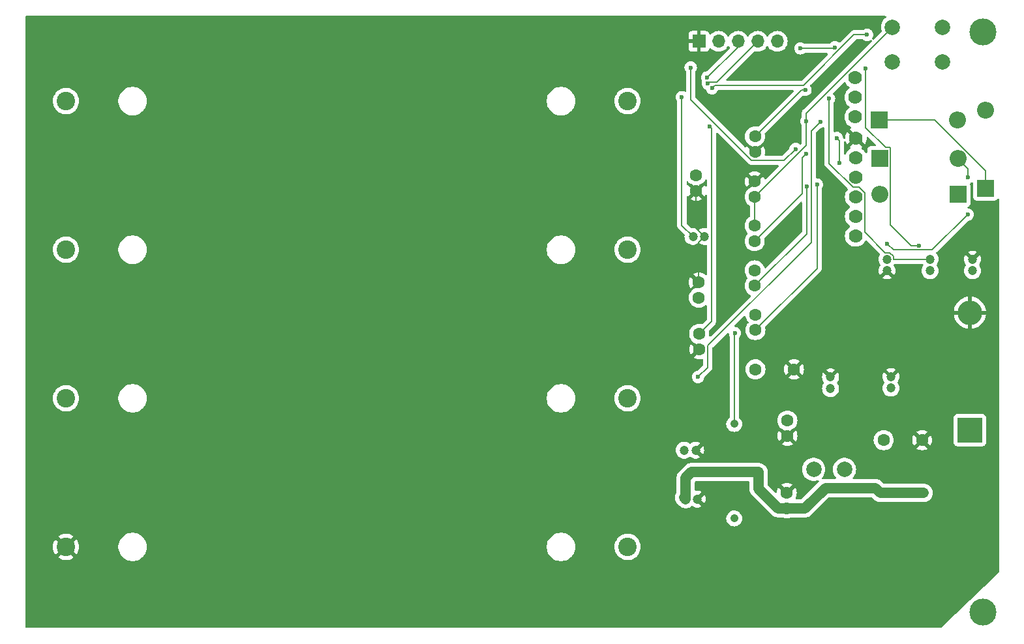
<source format=gbr>
%TF.GenerationSoftware,KiCad,Pcbnew,8.0.6*%
%TF.CreationDate,2024-12-10T13:42:44-08:00*%
%TF.ProjectId,Avionics Power Regulation Board,4176696f-6e69-4637-9320-506f77657220,2*%
%TF.SameCoordinates,Original*%
%TF.FileFunction,Copper,L2,Bot*%
%TF.FilePolarity,Positive*%
%FSLAX46Y46*%
G04 Gerber Fmt 4.6, Leading zero omitted, Abs format (unit mm)*
G04 Created by KiCad (PCBNEW 8.0.6) date 2024-12-10 13:42:44*
%MOMM*%
%LPD*%
G01*
G04 APERTURE LIST*
%TA.AperFunction,ComponentPad*%
%ADD10C,1.600000*%
%TD*%
%TA.AperFunction,ComponentPad*%
%ADD11C,2.000000*%
%TD*%
%TA.AperFunction,ComponentPad*%
%ADD12C,1.200000*%
%TD*%
%TA.AperFunction,ComponentPad*%
%ADD13C,1.778000*%
%TD*%
%TA.AperFunction,ComponentPad*%
%ADD14C,2.400000*%
%TD*%
%TA.AperFunction,ComponentPad*%
%ADD15R,2.200000X2.200000*%
%TD*%
%TA.AperFunction,ComponentPad*%
%ADD16O,2.200000X2.200000*%
%TD*%
%TA.AperFunction,WasherPad*%
%ADD17C,3.500000*%
%TD*%
%TA.AperFunction,ComponentPad*%
%ADD18C,1.060000*%
%TD*%
%TA.AperFunction,ComponentPad*%
%ADD19R,3.200000X3.200000*%
%TD*%
%TA.AperFunction,ComponentPad*%
%ADD20O,3.200000X3.200000*%
%TD*%
%TA.AperFunction,ComponentPad*%
%ADD21R,1.700000X1.700000*%
%TD*%
%TA.AperFunction,ComponentPad*%
%ADD22O,1.700000X1.700000*%
%TD*%
%TA.AperFunction,ViaPad*%
%ADD23C,0.600000*%
%TD*%
%TA.AperFunction,Conductor*%
%ADD24C,0.200000*%
%TD*%
%TA.AperFunction,Conductor*%
%ADD25C,1.367030*%
%TD*%
G04 APERTURE END LIST*
D10*
%TO.P,CC3,1*%
%TO.N,/Battery Monitor System/VC2*%
X177441500Y-84386400D03*
%TO.P,CC3,2*%
%TO.N,/Battery Monitor System/VC1*%
X177441500Y-82386400D03*
%TD*%
D11*
%TO.P,L1,1*%
%TO.N,Net-(D1-K)*%
X189103000Y-114046000D03*
%TO.P,L1,2*%
%TO.N,/VOUT*%
X185103000Y-114046000D03*
%TD*%
D12*
%TO.P,CSS1,1*%
%TO.N,Net-(U4-SS)*%
X187291500Y-103536400D03*
%TO.P,CSS1,2*%
%TO.N,GNDREF*%
X187291500Y-102036400D03*
%TD*%
D13*
%TO.P,Q2,1*%
%TO.N,Net-(D4-A)*%
X190591500Y-76076400D03*
%TO.P,Q2,2*%
%TO.N,/Battery Monitor System/CHG*%
X190591500Y-73536400D03*
%TO.P,Q2,3*%
%TO.N,GNDREF*%
X190591500Y-70996400D03*
%TD*%
D10*
%TO.P,C1,1*%
%TO.N,/VIN*%
X181610000Y-119094000D03*
%TO.P,C1,2*%
%TO.N,GNDREF*%
X181610000Y-117094000D03*
%TD*%
D12*
%TO.P,C5,1*%
%TO.N,/Battery Monitor System/SRN*%
X194641500Y-86736400D03*
%TO.P,C5,2*%
%TO.N,GNDREF*%
X194641500Y-88236400D03*
%TD*%
D10*
%TO.P,CC1,1*%
%TO.N,/Battery Monitor System/VC5*%
X177541500Y-95936400D03*
%TO.P,CC1,2*%
%TO.N,/Battery Monitor System/VC3*%
X177541500Y-93936400D03*
%TD*%
D14*
%TO.P,BT1,1+*%
%TO.N,Net-(BT1-Pad1+)*%
X160945000Y-124100000D03*
%TO.P,BT1,1-*%
%TO.N,GNDREF*%
X88045000Y-124100000D03*
%TO.P,BT1,2+*%
%TO.N,Net-(BT1-Pad2+)*%
X160945000Y-104800000D03*
%TO.P,BT1,2-*%
%TO.N,Net-(BT1-Pad1+)*%
X88045000Y-104800000D03*
%TO.P,BT1,3+*%
%TO.N,Net-(BT1-Pad3+)*%
X160945000Y-85500000D03*
%TO.P,BT1,3-*%
%TO.N,Net-(BT1-Pad2+)*%
X88045000Y-85500000D03*
%TO.P,BT1,4+*%
%TO.N,/Battery Monitor System/BAT +*%
X160945000Y-66200000D03*
%TO.P,BT1,4-*%
%TO.N,Net-(BT1-Pad3+)*%
X88045000Y-66200000D03*
%TD*%
D10*
%TO.P,C8,1*%
%TO.N,GNDREF*%
X169841500Y-77836400D03*
%TO.P,C8,2*%
%TO.N,Net-(U2-BAT)*%
X169841500Y-75836400D03*
%TD*%
D15*
%TO.P,D4,1,K*%
%TO.N,/Battery Monitor System/CHG*%
X193661500Y-73636400D03*
D16*
%TO.P,D4,2,A*%
%TO.N,Net-(D4-A)*%
X203821500Y-73636400D03*
%TD*%
D17*
%TO.P,H2,*%
%TO.N,*%
X207111600Y-57200800D03*
%TD*%
D10*
%TO.P,C2,1*%
%TO.N,/VOUT*%
X194191500Y-110236400D03*
%TO.P,C2,2*%
%TO.N,GNDREF*%
X199191500Y-110236400D03*
%TD*%
D15*
%TO.P,D5,1,K*%
%TO.N,Net-(D5-K)*%
X203871500Y-78336400D03*
D16*
%TO.P,D5,2,A*%
%TO.N,Net-(D4-A)*%
X193711500Y-78336400D03*
%TD*%
D13*
%TO.P,Q1,1*%
%TO.N,Net-(D3-K)*%
X190491500Y-68266400D03*
%TO.P,Q1,2*%
%TO.N,/Battery Monitor System/DSG*%
X190491500Y-65726400D03*
%TO.P,Q1,3*%
%TO.N,Net-(D3-A)*%
X190491500Y-63186400D03*
%TD*%
D15*
%TO.P,D3,1,K*%
%TO.N,Net-(D3-K)*%
X193641500Y-68636400D03*
D16*
%TO.P,D3,2,A*%
%TO.N,Net-(D3-A)*%
X203801500Y-68636400D03*
%TD*%
D12*
%TO.P,Cout2,1*%
%TO.N,/VIN*%
X168491500Y-117886400D03*
%TO.P,Cout2,2*%
%TO.N,GNDREF*%
X169991500Y-117886400D03*
%TD*%
%TO.P,C3,1*%
%TO.N,GNDREF*%
X205741500Y-86736400D03*
%TO.P,C3,2*%
%TO.N,/Battery Monitor System/SRP*%
X205741500Y-88236400D03*
%TD*%
D18*
%TO.P,L2,1*%
%TO.N,/REGOUT*%
X174791500Y-108136400D03*
%TO.P,L2,2*%
%TO.N,Net-(D2-A)*%
X174791500Y-120406400D03*
%TD*%
D12*
%TO.P,Cout1,1*%
%TO.N,/VIN*%
X168291500Y-111536400D03*
%TO.P,Cout1,2*%
%TO.N,GNDREF*%
X169791500Y-111536400D03*
%TD*%
D11*
%TO.P,SW1,1,1*%
%TO.N,Net-(R5-Pad1)*%
X201841500Y-61086400D03*
X195341500Y-61086400D03*
%TO.P,SW1,2,2*%
%TO.N,/Battery Monitor System/VC1*%
X201841500Y-56586400D03*
X195341500Y-56586400D03*
%TD*%
D19*
%TO.P,D1,1,K*%
%TO.N,Net-(D1-K)*%
X205391500Y-108926400D03*
D20*
%TO.P,D1,2,A*%
%TO.N,GNDREF*%
X205391500Y-93686400D03*
%TD*%
D12*
%TO.P,CIN1,1*%
%TO.N,/REGOUT*%
X195141500Y-103486400D03*
%TO.P,CIN1,2*%
%TO.N,GNDREF*%
X195141500Y-101986400D03*
%TD*%
D10*
%TO.P,CC4,1*%
%TO.N,/Battery Monitor System/VC1*%
X177441500Y-78636400D03*
%TO.P,CC4,2*%
%TO.N,GNDREF*%
X177441500Y-76636400D03*
%TD*%
D21*
%TO.P,J1,1,Pin_1*%
%TO.N,GNDREF*%
X170201500Y-58436400D03*
D22*
%TO.P,J1,2,Pin_2*%
%TO.N,/VOUT*%
X172741500Y-58436400D03*
%TO.P,J1,3,Pin_3*%
%TO.N,/SDA*%
X175281500Y-58436400D03*
%TO.P,J1,4,Pin_4*%
%TO.N,/SCL*%
X177821500Y-58436400D03*
%TO.P,J1,5,Pin_5*%
%TO.N,/ALERT*%
X180361500Y-58436400D03*
%TD*%
D10*
%TO.P,Ccomp1,1*%
%TO.N,Net-(Ccomp1-Pad1)*%
X177541500Y-101036400D03*
%TO.P,Ccomp1,2*%
%TO.N,GNDREF*%
X182541500Y-101036400D03*
%TD*%
D13*
%TO.P,Q3,1*%
%TO.N,Net-(D3-K)*%
X190541500Y-83726400D03*
%TO.P,Q3,2*%
%TO.N,Net-(D5-K)*%
X190541500Y-81186400D03*
%TO.P,Q3,3*%
%TO.N,Net-(D6-A)*%
X190541500Y-78646400D03*
%TD*%
D10*
%TO.P,CAP1,1*%
%TO.N,Net-(U2-CAP1)*%
X170241500Y-96436400D03*
%TO.P,CAP1,2*%
%TO.N,GNDREF*%
X170241500Y-98436400D03*
%TD*%
D12*
%TO.P,C7,1*%
%TO.N,GNDREF*%
X170941500Y-83786400D03*
%TO.P,C7,2*%
%TO.N,/REGOUT*%
X169441500Y-83786400D03*
%TD*%
D17*
%TO.P,H1,*%
%TO.N,*%
X207111600Y-132588000D03*
%TD*%
D10*
%TO.P,CC5,1*%
%TO.N,GNDREF*%
X177491500Y-72786400D03*
%TO.P,CC5,2*%
%TO.N,/Battery Monitor System/VC0*%
X177491500Y-70786400D03*
%TD*%
%TO.P,CC2,1*%
%TO.N,/Battery Monitor System/VC3*%
X177441500Y-90186400D03*
%TO.P,CC2,2*%
%TO.N,/Battery Monitor System/VC2*%
X177441500Y-88186400D03*
%TD*%
%TO.P,CBY1,1*%
%TO.N,/REGOUT*%
X181691500Y-107686400D03*
%TO.P,CBY1,2*%
%TO.N,GNDREF*%
X181691500Y-109686400D03*
%TD*%
%TO.P,C6,1*%
%TO.N,/Battery Monitor System/BAT +*%
X170191500Y-91736400D03*
%TO.P,C6,2*%
%TO.N,GNDREF*%
X170191500Y-89736400D03*
%TD*%
D15*
%TO.P,D6,1,K*%
%TO.N,Net-(D3-K)*%
X207391500Y-77526400D03*
D16*
%TO.P,D6,2,A*%
%TO.N,Net-(D6-A)*%
X207391500Y-67366400D03*
%TD*%
D12*
%TO.P,C4,1*%
%TO.N,/Battery Monitor System/SRP*%
X200191500Y-86736400D03*
%TO.P,C4,2*%
%TO.N,/Battery Monitor System/SRN*%
X200191500Y-88236400D03*
%TD*%
D23*
%TO.N,Net-(BT1-Pad1+)*%
X185991500Y-68886400D03*
X170091500Y-102036400D03*
%TO.N,GNDREF*%
X172091500Y-60786400D03*
X188991500Y-56036400D03*
X189484000Y-127508000D03*
X187091500Y-62836400D03*
%TO.N,Net-(BT1-Pad2+)*%
X188091500Y-70986400D03*
X188441500Y-74236400D03*
%TO.N,/VIN*%
X199390000Y-117094000D03*
%TO.N,/Battery Monitor System/SRP*%
X187091500Y-65886400D03*
%TO.N,/Battery Monitor System/SRN*%
X187867971Y-59212870D03*
X183396417Y-59350565D03*
X198791500Y-84986400D03*
X191841500Y-61936400D03*
%TO.N,/REGOUT*%
X167991500Y-65686400D03*
X174891500Y-96336400D03*
%TO.N,Net-(U2-CAP1)*%
X171591500Y-69536400D03*
%TO.N,/Battery Monitor System/VC5*%
X185541500Y-77036400D03*
%TO.N,/Battery Monitor System/VC3*%
X184191500Y-77286400D03*
%TO.N,/Battery Monitor System/VC2*%
X184091500Y-73036400D03*
%TO.N,/Battery Monitor System/VC1*%
X184141500Y-68836400D03*
%TO.N,/Battery Monitor System/VC0*%
X184041500Y-64736400D03*
%TO.N,Net-(D3-K)*%
X194641500Y-84736400D03*
X205091500Y-80936400D03*
%TO.N,Net-(D4-A)*%
X205141500Y-76086400D03*
%TO.N,/Battery Monitor System/CHG*%
X169141500Y-61836400D03*
X182741500Y-72436400D03*
%TO.N,Net-(U2-TS1)*%
X192041500Y-57586400D03*
X171915519Y-64521605D03*
%TO.N,/SCL*%
X171374744Y-63932057D03*
%TO.N,/SDA*%
X171291500Y-63136400D03*
%TD*%
D24*
%TO.N,Net-(BT1-Pad1+)*%
X184791500Y-70086400D02*
X185991500Y-68886400D01*
X170091500Y-102036400D02*
X171341500Y-100786400D01*
X171341500Y-100786400D02*
X171341500Y-97980765D01*
X171341500Y-97980765D02*
X184791500Y-84530765D01*
X184791500Y-84530765D02*
X184791500Y-70086400D01*
%TO.N,GNDREF*%
X169841500Y-77836400D02*
X169841500Y-82686400D01*
X169841500Y-82686400D02*
X170941500Y-83786400D01*
X170941500Y-83786400D02*
X170191500Y-84536400D01*
X170191500Y-84536400D02*
X170191500Y-89736400D01*
%TO.N,Net-(BT1-Pad2+)*%
X188441500Y-71336400D02*
X188441500Y-74236400D01*
X188091500Y-70986400D02*
X188441500Y-71336400D01*
D25*
%TO.N,/VIN*%
X183988814Y-119094000D02*
X181610000Y-119094000D01*
X169241500Y-114386400D02*
X168491500Y-115136400D01*
X193103985Y-116448885D02*
X186633929Y-116448885D01*
X168491500Y-117886400D02*
X168291500Y-117686400D01*
X193749100Y-117094000D02*
X193103985Y-116448885D01*
X177941500Y-116556870D02*
X177941500Y-114386400D01*
X177941500Y-114386400D02*
X169241500Y-114386400D01*
X168491500Y-115136400D02*
X168491500Y-117886400D01*
X186633929Y-116448885D02*
X183988814Y-119094000D01*
X199390000Y-117094000D02*
X193749100Y-117094000D01*
X181610000Y-119094000D02*
X180478630Y-119094000D01*
X180478630Y-119094000D02*
X177941500Y-116556870D01*
D24*
%TO.N,/Battery Monitor System/SRP*%
X190963000Y-77386400D02*
X190191500Y-77386400D01*
X195491500Y-86736400D02*
X195491500Y-86384318D01*
X194391500Y-85886400D02*
X191730500Y-83225400D01*
X195491500Y-86384318D02*
X194993582Y-85886400D01*
X191730500Y-78153900D02*
X190963000Y-77386400D01*
X187091500Y-74286400D02*
X187091500Y-65886400D01*
X194993582Y-85886400D02*
X194391500Y-85886400D01*
X190191500Y-77386400D02*
X187091500Y-74286400D01*
X200191500Y-86736400D02*
X195491500Y-86736400D01*
X191730500Y-83225400D02*
X191730500Y-78153900D01*
%TO.N,/Battery Monitor System/SRN*%
X194441500Y-72236400D02*
X194991500Y-72236400D01*
X183396417Y-59350565D02*
X187730276Y-59350565D01*
X191841500Y-69636400D02*
X194441500Y-72236400D01*
X194991500Y-72236400D02*
X195061500Y-72306400D01*
X195041500Y-82286400D02*
X197741500Y-84986400D01*
X187730276Y-59350565D02*
X187867971Y-59212870D01*
X197741500Y-84986400D02*
X198791500Y-84986400D01*
X191841500Y-61936400D02*
X191841500Y-69636400D01*
X195061500Y-72306400D02*
X195061500Y-78895589D01*
X195041500Y-78915589D02*
X195041500Y-82286400D01*
X195061500Y-78895589D02*
X195041500Y-78915589D01*
%TO.N,/REGOUT*%
X167991500Y-82336400D02*
X167991500Y-65686400D01*
X174791500Y-96436400D02*
X174791500Y-108136400D01*
X174891500Y-96336400D02*
X174791500Y-96436400D01*
X169441500Y-83786400D02*
X167991500Y-82336400D01*
%TO.N,Net-(U2-CAP1)*%
X171841500Y-69786400D02*
X171591500Y-69536400D01*
X170241500Y-96436400D02*
X171841500Y-94836400D01*
X171841500Y-94836400D02*
X171841500Y-69786400D01*
%TO.N,/Battery Monitor System/VC5*%
X185541500Y-77036400D02*
X185541500Y-87936400D01*
X185541500Y-87936400D02*
X177541500Y-95936400D01*
%TO.N,/Battery Monitor System/VC3*%
X184191500Y-83436400D02*
X184191500Y-77286400D01*
X177441500Y-90186400D02*
X184191500Y-83436400D01*
%TO.N,/Battery Monitor System/VC2*%
X177441500Y-84386400D02*
X183591500Y-78236400D01*
X183591500Y-78236400D02*
X183591500Y-73536400D01*
X183591500Y-73536400D02*
X184091500Y-73036400D01*
%TO.N,/Battery Monitor System/VC1*%
X177441500Y-82386400D02*
X177441500Y-78636400D01*
X195341500Y-56586400D02*
X184141500Y-67786400D01*
X184141500Y-67786400D02*
X184141500Y-68836400D01*
X184141500Y-68836400D02*
X184141500Y-71936400D01*
X184141500Y-71936400D02*
X177441500Y-78636400D01*
%TO.N,/Battery Monitor System/VC0*%
X183541500Y-64736400D02*
X184041500Y-64736400D01*
X177491500Y-70786400D02*
X183541500Y-64736400D01*
%TO.N,Net-(D3-K)*%
X195441500Y-85536400D02*
X194641500Y-84736400D01*
X200801399Y-68636400D02*
X207391500Y-75226501D01*
X207391500Y-75226501D02*
X207391500Y-77526400D01*
X205091500Y-80936400D02*
X200491500Y-85536400D01*
X200491500Y-85536400D02*
X195441500Y-85536400D01*
X193641500Y-68636400D02*
X200801399Y-68636400D01*
%TO.N,Net-(D4-A)*%
X205141500Y-74956400D02*
X203821500Y-73636400D01*
X205141500Y-76086400D02*
X205141500Y-74956400D01*
%TO.N,/Battery Monitor System/CHG*%
X169141500Y-61836400D02*
X169141500Y-65992035D01*
X169141500Y-65992035D02*
X177035865Y-73886400D01*
X181291500Y-73886400D02*
X182741500Y-72436400D01*
X177035865Y-73886400D02*
X181291500Y-73886400D01*
%TO.N,Net-(U2-TS1)*%
X192041500Y-57586400D02*
X190342971Y-57586400D01*
X172300724Y-64136400D02*
X171915519Y-64521605D01*
X190342971Y-57586400D02*
X183792971Y-64136400D01*
X183792971Y-64136400D02*
X172300724Y-64136400D01*
%TO.N,/SCL*%
X172542599Y-63715301D02*
X171591500Y-63715301D01*
X171591500Y-63715301D02*
X171374744Y-63932057D01*
X177821500Y-58436400D02*
X172542599Y-63715301D01*
%TO.N,/SDA*%
X171291500Y-63136400D02*
X175301500Y-59126400D01*
%TD*%
%TA.AperFunction,Conductor*%
%TO.N,GNDREF*%
G36*
X194466692Y-55156585D02*
G01*
X194512447Y-55209389D01*
X194522391Y-55278547D01*
X194493366Y-55342103D01*
X194475821Y-55358748D01*
X194348292Y-55458007D01*
X194321757Y-55478661D01*
X194153333Y-55661617D01*
X194017326Y-55869793D01*
X193917436Y-56097518D01*
X193856392Y-56338575D01*
X193856390Y-56338587D01*
X193835857Y-56586394D01*
X193835857Y-56586405D01*
X193856390Y-56834212D01*
X193856392Y-56834224D01*
X193917507Y-57075560D01*
X193914882Y-57145380D01*
X193884982Y-57193681D01*
X192910723Y-58167940D01*
X192849400Y-58201425D01*
X192779708Y-58196441D01*
X192723775Y-58154569D01*
X192699358Y-58089105D01*
X192714210Y-58020832D01*
X192718040Y-58014299D01*
X192767289Y-57935922D01*
X192826868Y-57765655D01*
X192827666Y-57758571D01*
X192847065Y-57586403D01*
X192847065Y-57586396D01*
X192826869Y-57407150D01*
X192826868Y-57407145D01*
X192804880Y-57344306D01*
X192767289Y-57236878D01*
X192740146Y-57193681D01*
X192708330Y-57143045D01*
X192671316Y-57084138D01*
X192543762Y-56956584D01*
X192391023Y-56860611D01*
X192220754Y-56801031D01*
X192220749Y-56801030D01*
X192041504Y-56780835D01*
X192041496Y-56780835D01*
X191862250Y-56801030D01*
X191862245Y-56801031D01*
X191691976Y-56860611D01*
X191539236Y-56956585D01*
X191536403Y-56958845D01*
X191534224Y-56959734D01*
X191533342Y-56960289D01*
X191533244Y-56960134D01*
X191471717Y-56985255D01*
X191459088Y-56985900D01*
X190429640Y-56985900D01*
X190429624Y-56985899D01*
X190422028Y-56985899D01*
X190263914Y-56985899D01*
X190156558Y-57014665D01*
X190111181Y-57026824D01*
X190111180Y-57026825D01*
X190076037Y-57047116D01*
X190076035Y-57047117D01*
X189974261Y-57105875D01*
X189974253Y-57105881D01*
X189862449Y-57217686D01*
X188518056Y-58562078D01*
X188456733Y-58595563D01*
X188387041Y-58590579D01*
X188364403Y-58579391D01*
X188355433Y-58573755D01*
X188324353Y-58554225D01*
X188217494Y-58487081D01*
X188047225Y-58427501D01*
X188047220Y-58427500D01*
X187867975Y-58407305D01*
X187867967Y-58407305D01*
X187688721Y-58427500D01*
X187688716Y-58427501D01*
X187518447Y-58487081D01*
X187365708Y-58583054D01*
X187235017Y-58713746D01*
X187173694Y-58747231D01*
X187147336Y-58750065D01*
X183978829Y-58750065D01*
X183911790Y-58730380D01*
X183901514Y-58723010D01*
X183898680Y-58720750D01*
X183898679Y-58720749D01*
X183780478Y-58646478D01*
X183745940Y-58624776D01*
X183575671Y-58565196D01*
X183575666Y-58565195D01*
X183396421Y-58545000D01*
X183396413Y-58545000D01*
X183217167Y-58565195D01*
X183217162Y-58565196D01*
X183046893Y-58624776D01*
X182894154Y-58720749D01*
X182766601Y-58848302D01*
X182670628Y-59001041D01*
X182611048Y-59171310D01*
X182611047Y-59171315D01*
X182590852Y-59350561D01*
X182590852Y-59350568D01*
X182611047Y-59529814D01*
X182611048Y-59529819D01*
X182670628Y-59700088D01*
X182716153Y-59772540D01*
X182766601Y-59852827D01*
X182894155Y-59980381D01*
X183046895Y-60076354D01*
X183217162Y-60135933D01*
X183217167Y-60135934D01*
X183396413Y-60156130D01*
X183396417Y-60156130D01*
X183396421Y-60156130D01*
X183575666Y-60135934D01*
X183575669Y-60135933D01*
X183575672Y-60135933D01*
X183745939Y-60076354D01*
X183898679Y-59980381D01*
X183898684Y-59980375D01*
X183901514Y-59978120D01*
X183903692Y-59977230D01*
X183904575Y-59976676D01*
X183904672Y-59976830D01*
X183966200Y-59951710D01*
X183978829Y-59951065D01*
X186829709Y-59951065D01*
X186896748Y-59970750D01*
X186942503Y-60023554D01*
X186952447Y-60092712D01*
X186923422Y-60156268D01*
X186917390Y-60162746D01*
X183580555Y-63499581D01*
X183519232Y-63533066D01*
X183492874Y-63535900D01*
X173870597Y-63535900D01*
X173803558Y-63516215D01*
X173757803Y-63463411D01*
X173747859Y-63394253D01*
X173776884Y-63330697D01*
X173782916Y-63324219D01*
X174668473Y-62438662D01*
X177337970Y-59769163D01*
X177399291Y-59735680D01*
X177457738Y-59737070D01*
X177586092Y-59771463D01*
X177756819Y-59786400D01*
X177821499Y-59792059D01*
X177821500Y-59792059D01*
X177821501Y-59792059D01*
X177886181Y-59786400D01*
X178056908Y-59771463D01*
X178285163Y-59710303D01*
X178499330Y-59610435D01*
X178692901Y-59474895D01*
X178859995Y-59307801D01*
X178989925Y-59122242D01*
X179044502Y-59078617D01*
X179114000Y-59071423D01*
X179176355Y-59102946D01*
X179193075Y-59122242D01*
X179323000Y-59307795D01*
X179323005Y-59307801D01*
X179490099Y-59474895D01*
X179568539Y-59529819D01*
X179683665Y-59610432D01*
X179683667Y-59610433D01*
X179683670Y-59610435D01*
X179897837Y-59710303D01*
X180126092Y-59771463D01*
X180296819Y-59786400D01*
X180361499Y-59792059D01*
X180361500Y-59792059D01*
X180361501Y-59792059D01*
X180426181Y-59786400D01*
X180596908Y-59771463D01*
X180825163Y-59710303D01*
X181039330Y-59610435D01*
X181232901Y-59474895D01*
X181399995Y-59307801D01*
X181535535Y-59114230D01*
X181635403Y-58900063D01*
X181696563Y-58671808D01*
X181717159Y-58436400D01*
X181696563Y-58200992D01*
X181644235Y-58005698D01*
X181635405Y-57972744D01*
X181635404Y-57972743D01*
X181635403Y-57972737D01*
X181535535Y-57758571D01*
X181529925Y-57750558D01*
X181399994Y-57564997D01*
X181232902Y-57397906D01*
X181232895Y-57397901D01*
X181039334Y-57262367D01*
X181039330Y-57262365D01*
X180968227Y-57229209D01*
X180825163Y-57162497D01*
X180825159Y-57162496D01*
X180825155Y-57162494D01*
X180596913Y-57101338D01*
X180596903Y-57101336D01*
X180361501Y-57080741D01*
X180361499Y-57080741D01*
X180126096Y-57101336D01*
X180126086Y-57101338D01*
X179897844Y-57162494D01*
X179897835Y-57162498D01*
X179683671Y-57262364D01*
X179683669Y-57262365D01*
X179490097Y-57397905D01*
X179323005Y-57564997D01*
X179193075Y-57750558D01*
X179138498Y-57794183D01*
X179069000Y-57801377D01*
X179006645Y-57769854D01*
X178989925Y-57750558D01*
X178859994Y-57564997D01*
X178692902Y-57397906D01*
X178692895Y-57397901D01*
X178499334Y-57262367D01*
X178499330Y-57262365D01*
X178428227Y-57229209D01*
X178285163Y-57162497D01*
X178285159Y-57162496D01*
X178285155Y-57162494D01*
X178056913Y-57101338D01*
X178056903Y-57101336D01*
X177821501Y-57080741D01*
X177821499Y-57080741D01*
X177586096Y-57101336D01*
X177586086Y-57101338D01*
X177357844Y-57162494D01*
X177357835Y-57162498D01*
X177143671Y-57262364D01*
X177143669Y-57262365D01*
X176950097Y-57397905D01*
X176783005Y-57564997D01*
X176653075Y-57750558D01*
X176598498Y-57794183D01*
X176529000Y-57801377D01*
X176466645Y-57769854D01*
X176449925Y-57750558D01*
X176319994Y-57564997D01*
X176152902Y-57397906D01*
X176152895Y-57397901D01*
X175959334Y-57262367D01*
X175959330Y-57262365D01*
X175888227Y-57229209D01*
X175745163Y-57162497D01*
X175745159Y-57162496D01*
X175745155Y-57162494D01*
X175516913Y-57101338D01*
X175516903Y-57101336D01*
X175281501Y-57080741D01*
X175281499Y-57080741D01*
X175046096Y-57101336D01*
X175046086Y-57101338D01*
X174817844Y-57162494D01*
X174817835Y-57162498D01*
X174603671Y-57262364D01*
X174603669Y-57262365D01*
X174410097Y-57397905D01*
X174243005Y-57564997D01*
X174113075Y-57750558D01*
X174058498Y-57794183D01*
X173989000Y-57801377D01*
X173926645Y-57769854D01*
X173909925Y-57750558D01*
X173779994Y-57564997D01*
X173612902Y-57397906D01*
X173612895Y-57397901D01*
X173419334Y-57262367D01*
X173419330Y-57262365D01*
X173348227Y-57229209D01*
X173205163Y-57162497D01*
X173205159Y-57162496D01*
X173205155Y-57162494D01*
X172976913Y-57101338D01*
X172976903Y-57101336D01*
X172741501Y-57080741D01*
X172741499Y-57080741D01*
X172506096Y-57101336D01*
X172506086Y-57101338D01*
X172277844Y-57162494D01*
X172277835Y-57162498D01*
X172063671Y-57262364D01*
X172063669Y-57262365D01*
X171870100Y-57397903D01*
X171747784Y-57520219D01*
X171686461Y-57553703D01*
X171616769Y-57548719D01*
X171560836Y-57506847D01*
X171543921Y-57475870D01*
X171494854Y-57344313D01*
X171494850Y-57344306D01*
X171408690Y-57229212D01*
X171408687Y-57229209D01*
X171293593Y-57143049D01*
X171293586Y-57143045D01*
X171158879Y-57092803D01*
X171158872Y-57092801D01*
X171099344Y-57086400D01*
X170451500Y-57086400D01*
X170451500Y-58003388D01*
X170394493Y-57970475D01*
X170267326Y-57936400D01*
X170135674Y-57936400D01*
X170008507Y-57970475D01*
X169951500Y-58003388D01*
X169951500Y-57086400D01*
X169303655Y-57086400D01*
X169244127Y-57092801D01*
X169244120Y-57092803D01*
X169109413Y-57143045D01*
X169109406Y-57143049D01*
X168994312Y-57229209D01*
X168994309Y-57229212D01*
X168908149Y-57344306D01*
X168908145Y-57344313D01*
X168857903Y-57479020D01*
X168857901Y-57479027D01*
X168851500Y-57538555D01*
X168851500Y-58186400D01*
X169768488Y-58186400D01*
X169735575Y-58243407D01*
X169701500Y-58370574D01*
X169701500Y-58502226D01*
X169735575Y-58629393D01*
X169768488Y-58686400D01*
X168851500Y-58686400D01*
X168851500Y-59334244D01*
X168857901Y-59393772D01*
X168857903Y-59393779D01*
X168908145Y-59528486D01*
X168908149Y-59528493D01*
X168994309Y-59643587D01*
X168994312Y-59643590D01*
X169109406Y-59729750D01*
X169109413Y-59729754D01*
X169244120Y-59779996D01*
X169244127Y-59779998D01*
X169303655Y-59786399D01*
X169303672Y-59786400D01*
X169951500Y-59786400D01*
X169951500Y-58869412D01*
X170008507Y-58902325D01*
X170135674Y-58936400D01*
X170267326Y-58936400D01*
X170394493Y-58902325D01*
X170451500Y-58869412D01*
X170451500Y-59786400D01*
X171099328Y-59786400D01*
X171099344Y-59786399D01*
X171158872Y-59779998D01*
X171158879Y-59779996D01*
X171293586Y-59729754D01*
X171293593Y-59729750D01*
X171408687Y-59643590D01*
X171408690Y-59643587D01*
X171494850Y-59528493D01*
X171494854Y-59528486D01*
X171543922Y-59396929D01*
X171585793Y-59340995D01*
X171651257Y-59316578D01*
X171719530Y-59331430D01*
X171747785Y-59352581D01*
X171870099Y-59474895D01*
X171948539Y-59529819D01*
X172063665Y-59610432D01*
X172063667Y-59610433D01*
X172063670Y-59610435D01*
X172277837Y-59710303D01*
X172506092Y-59771463D01*
X172676819Y-59786400D01*
X172741499Y-59792059D01*
X172741500Y-59792059D01*
X172741501Y-59792059D01*
X172806181Y-59786400D01*
X172976908Y-59771463D01*
X173205163Y-59710303D01*
X173419330Y-59610435D01*
X173612901Y-59474895D01*
X173779995Y-59307801D01*
X173909925Y-59122242D01*
X173964502Y-59078617D01*
X174034000Y-59071423D01*
X174096355Y-59102946D01*
X174113075Y-59122242D01*
X174194798Y-59238955D01*
X174217125Y-59305161D01*
X174200115Y-59372928D01*
X174180904Y-59397759D01*
X171272965Y-62305698D01*
X171211642Y-62339183D01*
X171199168Y-62341237D01*
X171112250Y-62351030D01*
X170941978Y-62410610D01*
X170789237Y-62506584D01*
X170661684Y-62634137D01*
X170565711Y-62786876D01*
X170506131Y-62957145D01*
X170506130Y-62957150D01*
X170485935Y-63136396D01*
X170485935Y-63136403D01*
X170506130Y-63315649D01*
X170506131Y-63315654D01*
X170565711Y-63485923D01*
X170609122Y-63555011D01*
X170628122Y-63622248D01*
X170621170Y-63661937D01*
X170589375Y-63752804D01*
X170569179Y-63932053D01*
X170569179Y-63932060D01*
X170589374Y-64111306D01*
X170589375Y-64111311D01*
X170648955Y-64281580D01*
X170715119Y-64386878D01*
X170744928Y-64434319D01*
X170872482Y-64561873D01*
X171025222Y-64657846D01*
X171071274Y-64673960D01*
X171128050Y-64714682D01*
X171147361Y-64750047D01*
X171189728Y-64871124D01*
X171217705Y-64915649D01*
X171285703Y-65023867D01*
X171413257Y-65151421D01*
X171434400Y-65164706D01*
X171553255Y-65239388D01*
X171565997Y-65247394D01*
X171736264Y-65306973D01*
X171736269Y-65306974D01*
X171915515Y-65327170D01*
X171915519Y-65327170D01*
X171915523Y-65327170D01*
X172094768Y-65306974D01*
X172094771Y-65306973D01*
X172094774Y-65306973D01*
X172265041Y-65247394D01*
X172417781Y-65151421D01*
X172545335Y-65023867D01*
X172641308Y-64871127D01*
X172659217Y-64819944D01*
X172699939Y-64763169D01*
X172764892Y-64737422D01*
X172776259Y-64736900D01*
X182392403Y-64736900D01*
X182459442Y-64756585D01*
X182505197Y-64809389D01*
X182515141Y-64878547D01*
X182486116Y-64942103D01*
X182480084Y-64948581D01*
X177934205Y-69494458D01*
X177872882Y-69527943D01*
X177814431Y-69526552D01*
X177718197Y-69500766D01*
X177718193Y-69500765D01*
X177718192Y-69500765D01*
X177718191Y-69500764D01*
X177718186Y-69500764D01*
X177491502Y-69480932D01*
X177491498Y-69480932D01*
X177264813Y-69500764D01*
X177264802Y-69500766D01*
X177045011Y-69559658D01*
X177045002Y-69559661D01*
X176838767Y-69655831D01*
X176838765Y-69655832D01*
X176652358Y-69786354D01*
X176491454Y-69947258D01*
X176360932Y-70133665D01*
X176360931Y-70133667D01*
X176264761Y-70339902D01*
X176264758Y-70339911D01*
X176205866Y-70559702D01*
X176205864Y-70559713D01*
X176186032Y-70786398D01*
X176186032Y-70786401D01*
X176205864Y-71013086D01*
X176205866Y-71013097D01*
X176264758Y-71232888D01*
X176264761Y-71232897D01*
X176360931Y-71439132D01*
X176360932Y-71439134D01*
X176491454Y-71625541D01*
X176652358Y-71786445D01*
X176699193Y-71819239D01*
X176838766Y-71916968D01*
X177045004Y-72013139D01*
X177045006Y-72013139D01*
X177045013Y-72013142D01*
X177049503Y-72014345D01*
X177105092Y-72046439D01*
X177445053Y-72386400D01*
X177438839Y-72386400D01*
X177337106Y-72413659D01*
X177245894Y-72466320D01*
X177171420Y-72540794D01*
X177118759Y-72632006D01*
X177091500Y-72733739D01*
X177091500Y-72739952D01*
X176412474Y-72060926D01*
X176412473Y-72060926D01*
X176361366Y-72133915D01*
X176358658Y-72138607D01*
X176356518Y-72137371D01*
X176317105Y-72181977D01*
X176249878Y-72201011D01*
X176183032Y-72180678D01*
X176163398Y-72164698D01*
X169778319Y-65779619D01*
X169744834Y-65718296D01*
X169742000Y-65691938D01*
X169742000Y-62418812D01*
X169761685Y-62351773D01*
X169769055Y-62341497D01*
X169771310Y-62338667D01*
X169771316Y-62338662D01*
X169867289Y-62185922D01*
X169926868Y-62015655D01*
X169927372Y-62011182D01*
X169947065Y-61836403D01*
X169947065Y-61836396D01*
X169926869Y-61657150D01*
X169926868Y-61657145D01*
X169867289Y-61486878D01*
X169771316Y-61334138D01*
X169643762Y-61206584D01*
X169555352Y-61151032D01*
X169491023Y-61110611D01*
X169320754Y-61051031D01*
X169320749Y-61051030D01*
X169141504Y-61030835D01*
X169141496Y-61030835D01*
X168962250Y-61051030D01*
X168962245Y-61051031D01*
X168791976Y-61110611D01*
X168639237Y-61206584D01*
X168511684Y-61334137D01*
X168415711Y-61486876D01*
X168356131Y-61657145D01*
X168356130Y-61657150D01*
X168335935Y-61836396D01*
X168335935Y-61836403D01*
X168356130Y-62015649D01*
X168356131Y-62015654D01*
X168415711Y-62185923D01*
X168511685Y-62338663D01*
X168513945Y-62341497D01*
X168514834Y-62343675D01*
X168515389Y-62344558D01*
X168515234Y-62344655D01*
X168540355Y-62406183D01*
X168541000Y-62418812D01*
X168541000Y-64861903D01*
X168521315Y-64928942D01*
X168468511Y-64974697D01*
X168399353Y-64984641D01*
X168351032Y-64966899D01*
X168341026Y-64960612D01*
X168170754Y-64901031D01*
X168170749Y-64901030D01*
X167991504Y-64880835D01*
X167991496Y-64880835D01*
X167812250Y-64901030D01*
X167812245Y-64901031D01*
X167641976Y-64960611D01*
X167489237Y-65056584D01*
X167361684Y-65184137D01*
X167265711Y-65336876D01*
X167206131Y-65507145D01*
X167206130Y-65507150D01*
X167185935Y-65686396D01*
X167185935Y-65686403D01*
X167206130Y-65865649D01*
X167206131Y-65865654D01*
X167265711Y-66035923D01*
X167361685Y-66188663D01*
X167363945Y-66191497D01*
X167364834Y-66193675D01*
X167365389Y-66194558D01*
X167365234Y-66194655D01*
X167390355Y-66256183D01*
X167391000Y-66268812D01*
X167391000Y-82249730D01*
X167390999Y-82249748D01*
X167390999Y-82415454D01*
X167390998Y-82415454D01*
X167431923Y-82568186D01*
X167431924Y-82568187D01*
X167457847Y-82613086D01*
X167457850Y-82613092D01*
X167508377Y-82700608D01*
X167510981Y-82705117D01*
X167629849Y-82823985D01*
X167629855Y-82823990D01*
X168316832Y-83510968D01*
X168350317Y-83572291D01*
X168352622Y-83610090D01*
X168336285Y-83786399D01*
X168336285Y-83786400D01*
X168355102Y-83989482D01*
X168410917Y-84185647D01*
X168410922Y-84185660D01*
X168501827Y-84368221D01*
X168624737Y-84530981D01*
X168740902Y-84636878D01*
X168774672Y-84667664D01*
X168775458Y-84668380D01*
X168775460Y-84668382D01*
X168865641Y-84724219D01*
X168948863Y-84775748D01*
X169139044Y-84849424D01*
X169339524Y-84886900D01*
X169339526Y-84886900D01*
X169543474Y-84886900D01*
X169543476Y-84886900D01*
X169743956Y-84849424D01*
X169934137Y-84775748D01*
X170107541Y-84668381D01*
X170108323Y-84667667D01*
X170108781Y-84667444D01*
X170112115Y-84664927D01*
X170112607Y-84665578D01*
X170171119Y-84637044D01*
X170240507Y-84645231D01*
X170270973Y-84664809D01*
X170271188Y-84664526D01*
X170274927Y-84667350D01*
X170275416Y-84667664D01*
X170275763Y-84667980D01*
X170449084Y-84775297D01*
X170639178Y-84848939D01*
X170839572Y-84886400D01*
X171043427Y-84886400D01*
X171094214Y-84876906D01*
X171163730Y-84883937D01*
X171218408Y-84927434D01*
X171240891Y-84993588D01*
X171241000Y-84998795D01*
X171241000Y-88648060D01*
X171221315Y-88715099D01*
X171168511Y-88760854D01*
X171099353Y-88770798D01*
X171035797Y-88741773D01*
X171031060Y-88737362D01*
X171030325Y-88736746D01*
X170843982Y-88606265D01*
X170637826Y-88510134D01*
X170637817Y-88510130D01*
X170418110Y-88451260D01*
X170418099Y-88451258D01*
X170191502Y-88431434D01*
X170191498Y-88431434D01*
X169964900Y-88451258D01*
X169964889Y-88451260D01*
X169745182Y-88510130D01*
X169745173Y-88510134D01*
X169539016Y-88606266D01*
X169539012Y-88606268D01*
X169466026Y-88657373D01*
X169466026Y-88657374D01*
X170145053Y-89336400D01*
X170138839Y-89336400D01*
X170037106Y-89363659D01*
X169945894Y-89416320D01*
X169871420Y-89490794D01*
X169818759Y-89582006D01*
X169791500Y-89683739D01*
X169791500Y-89689952D01*
X169112474Y-89010926D01*
X169112473Y-89010926D01*
X169061368Y-89083912D01*
X169061366Y-89083916D01*
X168965234Y-89290073D01*
X168965230Y-89290082D01*
X168906360Y-89509789D01*
X168906358Y-89509800D01*
X168886534Y-89736397D01*
X168886534Y-89736402D01*
X168906358Y-89962999D01*
X168906360Y-89963010D01*
X168965230Y-90182717D01*
X168965235Y-90182731D01*
X169061363Y-90388878D01*
X169112474Y-90461872D01*
X169791500Y-89782846D01*
X169791500Y-89789061D01*
X169818759Y-89890794D01*
X169871420Y-89982006D01*
X169945894Y-90056480D01*
X170037106Y-90109141D01*
X170138839Y-90136400D01*
X170145051Y-90136400D01*
X169805090Y-90476361D01*
X169749512Y-90508452D01*
X169745008Y-90509659D01*
X169745003Y-90509660D01*
X169538767Y-90605831D01*
X169538765Y-90605832D01*
X169352358Y-90736354D01*
X169191454Y-90897258D01*
X169060932Y-91083665D01*
X169060931Y-91083667D01*
X168964761Y-91289902D01*
X168964758Y-91289911D01*
X168905866Y-91509702D01*
X168905864Y-91509713D01*
X168886032Y-91736398D01*
X168886032Y-91736401D01*
X168905864Y-91963086D01*
X168905866Y-91963097D01*
X168964758Y-92182888D01*
X168964761Y-92182897D01*
X169060931Y-92389132D01*
X169060932Y-92389134D01*
X169191454Y-92575541D01*
X169352358Y-92736445D01*
X169399193Y-92769239D01*
X169538766Y-92866968D01*
X169745004Y-92963139D01*
X169964808Y-93022035D01*
X170126730Y-93036201D01*
X170191498Y-93041868D01*
X170191500Y-93041868D01*
X170191502Y-93041868D01*
X170248173Y-93036909D01*
X170418192Y-93022035D01*
X170637996Y-92963139D01*
X170844234Y-92866968D01*
X171030639Y-92736447D01*
X171030640Y-92736445D01*
X171030644Y-92736443D01*
X171034789Y-92732966D01*
X171035833Y-92734210D01*
X171090642Y-92704283D01*
X171160334Y-92709267D01*
X171216267Y-92751139D01*
X171240684Y-92816603D01*
X171241000Y-92825449D01*
X171241000Y-94536302D01*
X171221315Y-94603341D01*
X171204681Y-94623983D01*
X170684205Y-95144458D01*
X170622882Y-95177943D01*
X170564431Y-95176552D01*
X170468197Y-95150766D01*
X170468193Y-95150765D01*
X170468192Y-95150765D01*
X170468191Y-95150764D01*
X170468186Y-95150764D01*
X170241502Y-95130932D01*
X170241498Y-95130932D01*
X170014813Y-95150764D01*
X170014802Y-95150766D01*
X169795011Y-95209658D01*
X169795002Y-95209661D01*
X169588767Y-95305831D01*
X169588765Y-95305832D01*
X169402358Y-95436354D01*
X169241454Y-95597258D01*
X169110932Y-95783665D01*
X169110931Y-95783667D01*
X169014761Y-95989902D01*
X169014758Y-95989911D01*
X168955866Y-96209702D01*
X168955864Y-96209713D01*
X168936032Y-96436398D01*
X168936032Y-96436401D01*
X168955864Y-96663086D01*
X168955866Y-96663097D01*
X169014758Y-96882888D01*
X169014761Y-96882897D01*
X169110931Y-97089132D01*
X169110932Y-97089134D01*
X169241454Y-97275541D01*
X169402358Y-97436445D01*
X169402361Y-97436447D01*
X169588766Y-97566968D01*
X169795004Y-97663139D01*
X169795006Y-97663139D01*
X169795013Y-97663142D01*
X169799503Y-97664345D01*
X169855092Y-97696439D01*
X170195053Y-98036400D01*
X170188839Y-98036400D01*
X170087106Y-98063659D01*
X169995894Y-98116320D01*
X169921420Y-98190794D01*
X169868759Y-98282006D01*
X169841500Y-98383739D01*
X169841500Y-98389952D01*
X169162474Y-97710926D01*
X169162473Y-97710926D01*
X169111368Y-97783912D01*
X169111366Y-97783916D01*
X169015234Y-97990073D01*
X169015230Y-97990082D01*
X168956360Y-98209789D01*
X168956358Y-98209800D01*
X168936534Y-98436397D01*
X168936534Y-98436402D01*
X168956358Y-98662999D01*
X168956360Y-98663010D01*
X169015230Y-98882717D01*
X169015235Y-98882731D01*
X169111363Y-99088878D01*
X169162474Y-99161872D01*
X169841500Y-98482846D01*
X169841500Y-98489061D01*
X169868759Y-98590794D01*
X169921420Y-98682006D01*
X169995894Y-98756480D01*
X170087106Y-98809141D01*
X170188839Y-98836400D01*
X170195051Y-98836400D01*
X169516026Y-99515425D01*
X169589013Y-99566532D01*
X169589021Y-99566536D01*
X169795168Y-99662664D01*
X169795182Y-99662669D01*
X170014889Y-99721539D01*
X170014900Y-99721541D01*
X170241498Y-99741366D01*
X170241502Y-99741366D01*
X170468099Y-99721541D01*
X170468109Y-99721539D01*
X170584907Y-99690244D01*
X170654756Y-99691907D01*
X170712619Y-99731069D01*
X170740123Y-99795298D01*
X170741000Y-99810019D01*
X170741000Y-100486302D01*
X170721315Y-100553341D01*
X170704681Y-100573983D01*
X170072965Y-101205698D01*
X170011642Y-101239183D01*
X169999168Y-101241237D01*
X169912250Y-101251030D01*
X169741978Y-101310610D01*
X169589237Y-101406584D01*
X169461684Y-101534137D01*
X169365711Y-101686876D01*
X169306131Y-101857145D01*
X169306130Y-101857150D01*
X169285935Y-102036396D01*
X169285935Y-102036403D01*
X169306130Y-102215649D01*
X169306131Y-102215654D01*
X169365711Y-102385923D01*
X169396843Y-102435469D01*
X169461684Y-102538662D01*
X169589238Y-102666216D01*
X169660919Y-102711256D01*
X169709562Y-102741821D01*
X169741978Y-102762189D01*
X169836747Y-102795350D01*
X169912245Y-102821768D01*
X169912250Y-102821769D01*
X170091496Y-102841965D01*
X170091500Y-102841965D01*
X170091504Y-102841965D01*
X170270749Y-102821769D01*
X170270752Y-102821768D01*
X170270755Y-102821768D01*
X170441022Y-102762189D01*
X170593762Y-102666216D01*
X170721316Y-102538662D01*
X170817289Y-102385922D01*
X170876868Y-102215655D01*
X170886661Y-102128729D01*
X170913726Y-102064318D01*
X170922190Y-102054943D01*
X171700006Y-101277128D01*
X171700011Y-101277124D01*
X171710214Y-101266920D01*
X171710216Y-101266920D01*
X171822020Y-101155116D01*
X171890560Y-101036400D01*
X171901077Y-101018185D01*
X171942001Y-100865457D01*
X171942001Y-100707343D01*
X171942001Y-100699748D01*
X171942000Y-100699730D01*
X171942000Y-98280861D01*
X171961685Y-98213822D01*
X171978314Y-98193185D01*
X173878464Y-96293034D01*
X173939785Y-96259551D01*
X174009477Y-96264535D01*
X174065410Y-96306407D01*
X174089363Y-96366833D01*
X174106130Y-96515650D01*
X174106131Y-96515654D01*
X174165712Y-96685925D01*
X174171992Y-96695919D01*
X174191000Y-96761893D01*
X174191000Y-107237470D01*
X174171315Y-107304509D01*
X174145665Y-107333323D01*
X174059300Y-107404200D01*
X173930525Y-107561113D01*
X173930521Y-107561120D01*
X173834837Y-107740132D01*
X173775910Y-107934388D01*
X173756014Y-108136400D01*
X173775910Y-108338411D01*
X173834837Y-108532667D01*
X173930521Y-108711679D01*
X173930525Y-108711686D01*
X174059300Y-108868599D01*
X174216213Y-108997374D01*
X174216220Y-108997378D01*
X174395232Y-109093062D01*
X174395234Y-109093062D01*
X174395237Y-109093064D01*
X174589487Y-109151989D01*
X174589486Y-109151989D01*
X174607599Y-109153772D01*
X174791500Y-109171886D01*
X174993513Y-109151989D01*
X175187763Y-109093064D01*
X175366785Y-108997375D01*
X175523699Y-108868599D01*
X175652475Y-108711685D01*
X175748164Y-108532663D01*
X175807089Y-108338413D01*
X175826986Y-108136400D01*
X175807089Y-107934387D01*
X175748164Y-107740137D01*
X175748162Y-107740134D01*
X175748162Y-107740132D01*
X175719441Y-107686398D01*
X180386032Y-107686398D01*
X180386032Y-107686401D01*
X180405864Y-107913086D01*
X180405866Y-107913097D01*
X180464758Y-108132888D01*
X180464761Y-108132897D01*
X180560931Y-108339132D01*
X180560932Y-108339134D01*
X180691454Y-108525541D01*
X180852358Y-108686445D01*
X180852361Y-108686447D01*
X181038766Y-108816968D01*
X181245004Y-108913139D01*
X181245006Y-108913139D01*
X181245013Y-108913142D01*
X181249503Y-108914345D01*
X181305092Y-108946439D01*
X181645053Y-109286400D01*
X181638839Y-109286400D01*
X181537106Y-109313659D01*
X181445894Y-109366320D01*
X181371420Y-109440794D01*
X181318759Y-109532006D01*
X181291500Y-109633739D01*
X181291500Y-109639952D01*
X180612474Y-108960926D01*
X180612473Y-108960926D01*
X180561368Y-109033912D01*
X180561366Y-109033916D01*
X180465234Y-109240073D01*
X180465230Y-109240082D01*
X180406360Y-109459789D01*
X180406358Y-109459800D01*
X180386534Y-109686397D01*
X180386534Y-109686402D01*
X180406358Y-109912999D01*
X180406360Y-109913010D01*
X180465230Y-110132717D01*
X180465235Y-110132731D01*
X180561363Y-110338878D01*
X180612474Y-110411872D01*
X181291500Y-109732846D01*
X181291500Y-109739061D01*
X181318759Y-109840794D01*
X181371420Y-109932006D01*
X181445894Y-110006480D01*
X181537106Y-110059141D01*
X181638839Y-110086400D01*
X181645053Y-110086400D01*
X180966026Y-110765425D01*
X181039013Y-110816532D01*
X181039021Y-110816536D01*
X181245168Y-110912664D01*
X181245182Y-110912669D01*
X181464889Y-110971539D01*
X181464900Y-110971541D01*
X181691498Y-110991366D01*
X181691502Y-110991366D01*
X181918099Y-110971541D01*
X181918110Y-110971539D01*
X182137817Y-110912669D01*
X182137831Y-110912664D01*
X182343978Y-110816536D01*
X182416971Y-110765424D01*
X181737947Y-110086400D01*
X181744161Y-110086400D01*
X181845894Y-110059141D01*
X181937106Y-110006480D01*
X182011580Y-109932006D01*
X182064241Y-109840794D01*
X182091500Y-109739061D01*
X182091500Y-109732847D01*
X182770524Y-110411871D01*
X182821636Y-110338878D01*
X182869423Y-110236398D01*
X192886032Y-110236398D01*
X192886032Y-110236401D01*
X192905864Y-110463086D01*
X192905866Y-110463097D01*
X192964758Y-110682888D01*
X192964761Y-110682897D01*
X193060931Y-110889132D01*
X193060932Y-110889134D01*
X193191454Y-111075541D01*
X193352358Y-111236445D01*
X193352361Y-111236447D01*
X193538766Y-111366968D01*
X193745004Y-111463139D01*
X193964808Y-111522035D01*
X194126730Y-111536201D01*
X194191498Y-111541868D01*
X194191500Y-111541868D01*
X194191502Y-111541868D01*
X194254011Y-111536399D01*
X194418192Y-111522035D01*
X194637996Y-111463139D01*
X194844234Y-111366968D01*
X195030639Y-111236447D01*
X195191547Y-111075539D01*
X195322068Y-110889134D01*
X195418239Y-110682896D01*
X195477135Y-110463092D01*
X195496968Y-110236400D01*
X195496968Y-110236397D01*
X197886534Y-110236397D01*
X197886534Y-110236402D01*
X197906358Y-110462999D01*
X197906360Y-110463010D01*
X197965230Y-110682717D01*
X197965235Y-110682731D01*
X198061363Y-110888878D01*
X198112474Y-110961872D01*
X198791500Y-110282846D01*
X198791500Y-110289061D01*
X198818759Y-110390794D01*
X198871420Y-110482006D01*
X198945894Y-110556480D01*
X199037106Y-110609141D01*
X199138839Y-110636400D01*
X199145053Y-110636400D01*
X198466026Y-111315425D01*
X198539013Y-111366532D01*
X198539021Y-111366536D01*
X198745168Y-111462664D01*
X198745182Y-111462669D01*
X198964889Y-111521539D01*
X198964900Y-111521541D01*
X199191498Y-111541366D01*
X199191502Y-111541366D01*
X199418099Y-111521541D01*
X199418110Y-111521539D01*
X199637817Y-111462669D01*
X199637831Y-111462664D01*
X199843978Y-111366536D01*
X199916971Y-111315424D01*
X199237947Y-110636400D01*
X199244161Y-110636400D01*
X199345894Y-110609141D01*
X199437106Y-110556480D01*
X199511580Y-110482006D01*
X199564241Y-110390794D01*
X199591500Y-110289061D01*
X199591500Y-110282847D01*
X200270524Y-110961871D01*
X200321636Y-110888878D01*
X200417764Y-110682731D01*
X200417769Y-110682717D01*
X200476639Y-110463010D01*
X200476641Y-110462999D01*
X200496466Y-110236402D01*
X200496466Y-110236397D01*
X200476641Y-110009800D01*
X200476639Y-110009789D01*
X200417769Y-109790082D01*
X200417764Y-109790068D01*
X200321636Y-109583921D01*
X200321632Y-109583913D01*
X200270525Y-109510926D01*
X199591500Y-110189951D01*
X199591500Y-110183739D01*
X199564241Y-110082006D01*
X199511580Y-109990794D01*
X199437106Y-109916320D01*
X199345894Y-109863659D01*
X199244161Y-109836400D01*
X199237948Y-109836400D01*
X199916972Y-109157374D01*
X199843978Y-109106263D01*
X199637831Y-109010135D01*
X199637817Y-109010130D01*
X199418110Y-108951260D01*
X199418099Y-108951258D01*
X199191502Y-108931434D01*
X199191498Y-108931434D01*
X198964900Y-108951258D01*
X198964889Y-108951260D01*
X198745182Y-109010130D01*
X198745173Y-109010134D01*
X198539016Y-109106266D01*
X198539012Y-109106268D01*
X198466026Y-109157373D01*
X198466026Y-109157374D01*
X199145053Y-109836400D01*
X199138839Y-109836400D01*
X199037106Y-109863659D01*
X198945894Y-109916320D01*
X198871420Y-109990794D01*
X198818759Y-110082006D01*
X198791500Y-110183739D01*
X198791500Y-110189952D01*
X198112474Y-109510926D01*
X198112473Y-109510926D01*
X198061368Y-109583912D01*
X198061366Y-109583916D01*
X197965234Y-109790073D01*
X197965230Y-109790082D01*
X197906360Y-110009789D01*
X197906358Y-110009800D01*
X197886534Y-110236397D01*
X195496968Y-110236397D01*
X195477135Y-110009708D01*
X195418239Y-109789904D01*
X195322068Y-109583666D01*
X195191547Y-109397261D01*
X195191545Y-109397258D01*
X195030641Y-109236354D01*
X194844234Y-109105832D01*
X194844232Y-109105831D01*
X194637997Y-109009661D01*
X194637988Y-109009658D01*
X194418197Y-108950766D01*
X194418193Y-108950765D01*
X194418192Y-108950765D01*
X194418191Y-108950764D01*
X194418186Y-108950764D01*
X194191502Y-108930932D01*
X194191498Y-108930932D01*
X193964813Y-108950764D01*
X193964802Y-108950766D01*
X193745011Y-109009658D01*
X193745002Y-109009661D01*
X193538767Y-109105831D01*
X193538765Y-109105832D01*
X193352358Y-109236354D01*
X193191454Y-109397258D01*
X193060932Y-109583665D01*
X193060931Y-109583667D01*
X192964761Y-109789902D01*
X192964758Y-109789911D01*
X192905866Y-110009702D01*
X192905864Y-110009713D01*
X192886032Y-110236398D01*
X182869423Y-110236398D01*
X182917764Y-110132731D01*
X182917769Y-110132717D01*
X182976639Y-109913010D01*
X182976641Y-109912999D01*
X182996466Y-109686402D01*
X182996466Y-109686397D01*
X182976641Y-109459800D01*
X182976639Y-109459789D01*
X182917769Y-109240082D01*
X182917764Y-109240068D01*
X182821636Y-109033921D01*
X182821632Y-109033913D01*
X182770525Y-108960926D01*
X182091500Y-109639951D01*
X182091500Y-109633739D01*
X182064241Y-109532006D01*
X182011580Y-109440794D01*
X181937106Y-109366320D01*
X181845894Y-109313659D01*
X181744161Y-109286400D01*
X181737948Y-109286400D01*
X182077907Y-108946439D01*
X182133496Y-108914345D01*
X182135333Y-108913852D01*
X182137996Y-108913139D01*
X182344234Y-108816968D01*
X182530639Y-108686447D01*
X182691547Y-108525539D01*
X182822068Y-108339134D01*
X182918239Y-108132896D01*
X182977135Y-107913092D01*
X182996968Y-107686400D01*
X182977135Y-107459708D01*
X182928590Y-107278535D01*
X203291000Y-107278535D01*
X203291000Y-110574270D01*
X203291001Y-110574276D01*
X203297408Y-110633883D01*
X203347702Y-110768728D01*
X203347706Y-110768735D01*
X203433952Y-110883944D01*
X203433955Y-110883947D01*
X203549164Y-110970193D01*
X203549171Y-110970197D01*
X203684017Y-111020491D01*
X203684016Y-111020491D01*
X203690944Y-111021235D01*
X203743627Y-111026900D01*
X207039372Y-111026899D01*
X207098983Y-111020491D01*
X207233831Y-110970196D01*
X207349046Y-110883946D01*
X207435296Y-110768731D01*
X207485591Y-110633883D01*
X207492000Y-110574273D01*
X207491999Y-107278528D01*
X207485591Y-107218917D01*
X207435296Y-107084069D01*
X207435295Y-107084068D01*
X207435293Y-107084064D01*
X207349047Y-106968855D01*
X207349044Y-106968852D01*
X207233835Y-106882606D01*
X207233828Y-106882602D01*
X207098982Y-106832308D01*
X207098983Y-106832308D01*
X207039383Y-106825901D01*
X207039381Y-106825900D01*
X207039373Y-106825900D01*
X207039364Y-106825900D01*
X203743629Y-106825900D01*
X203743623Y-106825901D01*
X203684016Y-106832308D01*
X203549171Y-106882602D01*
X203549164Y-106882606D01*
X203433955Y-106968852D01*
X203433952Y-106968855D01*
X203347706Y-107084064D01*
X203347702Y-107084071D01*
X203297408Y-107218917D01*
X203291317Y-107275577D01*
X203291001Y-107278523D01*
X203291000Y-107278535D01*
X182928590Y-107278535D01*
X182918241Y-107239911D01*
X182918238Y-107239902D01*
X182917104Y-107237470D01*
X182822068Y-107033666D01*
X182691547Y-106847261D01*
X182691545Y-106847258D01*
X182530641Y-106686354D01*
X182344234Y-106555832D01*
X182344232Y-106555831D01*
X182137997Y-106459661D01*
X182137988Y-106459658D01*
X181918197Y-106400766D01*
X181918193Y-106400765D01*
X181918192Y-106400765D01*
X181918191Y-106400764D01*
X181918186Y-106400764D01*
X181691502Y-106380932D01*
X181691498Y-106380932D01*
X181464813Y-106400764D01*
X181464802Y-106400766D01*
X181245011Y-106459658D01*
X181245002Y-106459661D01*
X181038767Y-106555831D01*
X181038765Y-106555832D01*
X180852358Y-106686354D01*
X180691454Y-106847258D01*
X180560932Y-107033665D01*
X180560931Y-107033667D01*
X180464761Y-107239902D01*
X180464758Y-107239911D01*
X180405866Y-107459702D01*
X180405864Y-107459713D01*
X180386032Y-107686398D01*
X175719441Y-107686398D01*
X175652478Y-107561120D01*
X175652474Y-107561113D01*
X175523699Y-107404200D01*
X175437335Y-107333323D01*
X175398001Y-107275577D01*
X175392000Y-107237470D01*
X175392000Y-103536399D01*
X186186285Y-103536399D01*
X186186285Y-103536400D01*
X186205102Y-103739482D01*
X186260917Y-103935647D01*
X186260922Y-103935660D01*
X186351827Y-104118221D01*
X186474737Y-104280981D01*
X186625458Y-104418380D01*
X186625460Y-104418382D01*
X186657490Y-104438214D01*
X186798863Y-104525748D01*
X186989044Y-104599424D01*
X187189524Y-104636900D01*
X187189526Y-104636900D01*
X187393474Y-104636900D01*
X187393476Y-104636900D01*
X187593956Y-104599424D01*
X187784137Y-104525748D01*
X187957541Y-104418381D01*
X188108264Y-104280979D01*
X188231173Y-104118221D01*
X188322082Y-103935650D01*
X188377897Y-103739483D01*
X188396715Y-103536400D01*
X188392082Y-103486399D01*
X194036285Y-103486399D01*
X194036285Y-103486400D01*
X194055102Y-103689482D01*
X194110917Y-103885647D01*
X194110922Y-103885660D01*
X194201827Y-104068221D01*
X194324737Y-104230981D01*
X194475458Y-104368380D01*
X194475460Y-104368382D01*
X194574641Y-104429792D01*
X194648863Y-104475748D01*
X194839044Y-104549424D01*
X195039524Y-104586900D01*
X195039526Y-104586900D01*
X195243474Y-104586900D01*
X195243476Y-104586900D01*
X195443956Y-104549424D01*
X195634137Y-104475748D01*
X195807541Y-104368381D01*
X195958264Y-104230979D01*
X196081173Y-104068221D01*
X196172082Y-103885650D01*
X196227897Y-103689483D01*
X196246715Y-103486400D01*
X196239240Y-103405735D01*
X196227897Y-103283317D01*
X196207779Y-103212611D01*
X196172082Y-103087150D01*
X196081173Y-102904579D01*
X196010286Y-102810710D01*
X195985595Y-102745350D01*
X196000160Y-102677015D01*
X196010288Y-102661256D01*
X196080745Y-102567957D01*
X196171613Y-102385469D01*
X196171616Y-102385463D01*
X196227402Y-102189392D01*
X196227403Y-102189389D01*
X196246213Y-101986400D01*
X196246213Y-101986399D01*
X196227403Y-101783410D01*
X196227402Y-101783407D01*
X196171616Y-101587336D01*
X196171613Y-101587330D01*
X196080749Y-101404849D01*
X196080747Y-101404847D01*
X196078965Y-101402487D01*
X195436355Y-102045096D01*
X195441500Y-102025896D01*
X195441500Y-101946904D01*
X195421056Y-101870604D01*
X195381560Y-101802195D01*
X195325705Y-101746340D01*
X195257296Y-101706844D01*
X195180996Y-101686400D01*
X195102004Y-101686400D01*
X195025704Y-101706844D01*
X194957295Y-101746340D01*
X194901440Y-101802195D01*
X194861944Y-101870604D01*
X194841500Y-101946904D01*
X194841500Y-102025896D01*
X194846645Y-102045099D01*
X194204033Y-101402487D01*
X194202255Y-101404842D01*
X194202254Y-101404843D01*
X194111386Y-101587330D01*
X194111383Y-101587336D01*
X194055597Y-101783407D01*
X194055596Y-101783410D01*
X194036787Y-101986399D01*
X194036787Y-101986400D01*
X194055596Y-102189389D01*
X194055597Y-102189392D01*
X194111383Y-102385463D01*
X194111386Y-102385469D01*
X194202254Y-102567956D01*
X194272712Y-102661257D01*
X194297404Y-102726618D01*
X194282839Y-102794953D01*
X194272712Y-102810710D01*
X194201828Y-102904575D01*
X194110922Y-103087139D01*
X194110917Y-103087152D01*
X194055102Y-103283317D01*
X194036285Y-103486399D01*
X188392082Y-103486399D01*
X188377897Y-103333317D01*
X188322082Y-103137150D01*
X188321896Y-103136777D01*
X188275672Y-103043946D01*
X188231173Y-102954579D01*
X188160286Y-102860710D01*
X188135595Y-102795350D01*
X188150160Y-102727015D01*
X188160288Y-102711256D01*
X188230745Y-102617957D01*
X188321613Y-102435469D01*
X188321616Y-102435463D01*
X188377402Y-102239392D01*
X188377403Y-102239389D01*
X188396213Y-102036400D01*
X188396213Y-102036399D01*
X188377403Y-101833410D01*
X188377402Y-101833407D01*
X188321616Y-101637336D01*
X188321613Y-101637330D01*
X188230749Y-101454849D01*
X188230747Y-101454847D01*
X188228965Y-101452487D01*
X187586355Y-102095096D01*
X187591500Y-102075896D01*
X187591500Y-101996904D01*
X187571056Y-101920604D01*
X187531560Y-101852195D01*
X187475705Y-101796340D01*
X187407296Y-101756844D01*
X187330996Y-101736400D01*
X187252004Y-101736400D01*
X187175704Y-101756844D01*
X187107295Y-101796340D01*
X187051440Y-101852195D01*
X187011944Y-101920604D01*
X186991500Y-101996904D01*
X186991500Y-102075896D01*
X186996645Y-102095099D01*
X186354033Y-101452487D01*
X186352255Y-101454842D01*
X186352254Y-101454843D01*
X186261386Y-101637330D01*
X186261383Y-101637336D01*
X186205597Y-101833407D01*
X186205596Y-101833410D01*
X186186787Y-102036399D01*
X186186787Y-102036400D01*
X186205596Y-102239389D01*
X186205597Y-102239392D01*
X186261383Y-102435463D01*
X186261386Y-102435469D01*
X186352254Y-102617956D01*
X186422712Y-102711257D01*
X186447404Y-102776618D01*
X186432839Y-102844953D01*
X186422712Y-102860710D01*
X186351828Y-102954575D01*
X186260922Y-103137139D01*
X186260917Y-103137152D01*
X186205102Y-103333317D01*
X186186285Y-103536399D01*
X175392000Y-103536399D01*
X175392000Y-101036397D01*
X176236032Y-101036397D01*
X176236032Y-101036400D01*
X176237411Y-101052157D01*
X176255864Y-101263086D01*
X176255866Y-101263097D01*
X176314758Y-101482888D01*
X176314761Y-101482897D01*
X176410931Y-101689132D01*
X176410932Y-101689134D01*
X176541454Y-101875541D01*
X176702358Y-102036445D01*
X176702361Y-102036447D01*
X176888766Y-102166968D01*
X177095004Y-102263139D01*
X177314808Y-102322035D01*
X177471651Y-102335757D01*
X177541498Y-102341868D01*
X177541500Y-102341868D01*
X177541502Y-102341868D01*
X177611349Y-102335757D01*
X177768192Y-102322035D01*
X177987996Y-102263139D01*
X178194234Y-102166968D01*
X178380639Y-102036447D01*
X178541547Y-101875539D01*
X178672068Y-101689134D01*
X178768239Y-101482896D01*
X178827135Y-101263092D01*
X178846968Y-101036400D01*
X178846968Y-101036397D01*
X181236534Y-101036397D01*
X181236534Y-101036398D01*
X181256358Y-101262999D01*
X181256360Y-101263010D01*
X181315230Y-101482717D01*
X181315235Y-101482731D01*
X181411363Y-101688878D01*
X181462474Y-101761872D01*
X182141500Y-101082846D01*
X182141500Y-101089061D01*
X182168759Y-101190794D01*
X182221420Y-101282006D01*
X182295894Y-101356480D01*
X182387106Y-101409141D01*
X182488839Y-101436400D01*
X182495053Y-101436400D01*
X181816026Y-102115425D01*
X181889013Y-102166532D01*
X181889021Y-102166536D01*
X182095168Y-102262664D01*
X182095182Y-102262669D01*
X182314889Y-102321539D01*
X182314900Y-102321541D01*
X182541498Y-102341366D01*
X182541502Y-102341366D01*
X182768099Y-102321541D01*
X182768110Y-102321539D01*
X182987817Y-102262669D01*
X182987831Y-102262664D01*
X183193978Y-102166536D01*
X183266971Y-102115424D01*
X182587947Y-101436400D01*
X182594161Y-101436400D01*
X182695894Y-101409141D01*
X182787106Y-101356480D01*
X182861580Y-101282006D01*
X182914241Y-101190794D01*
X182941500Y-101089061D01*
X182941500Y-101082847D01*
X183620524Y-101761871D01*
X183671636Y-101688878D01*
X183767764Y-101482731D01*
X183767769Y-101482717D01*
X183826639Y-101263010D01*
X183826641Y-101262999D01*
X183840713Y-101102158D01*
X186710811Y-101102158D01*
X187291500Y-101682846D01*
X187291501Y-101682846D01*
X187872187Y-101102158D01*
X187791434Y-101052158D01*
X194560811Y-101052158D01*
X195141500Y-101632846D01*
X195141501Y-101632846D01*
X195722187Y-101052158D01*
X195633913Y-100997501D01*
X195633911Y-100997500D01*
X195443821Y-100923860D01*
X195243428Y-100886400D01*
X195039572Y-100886400D01*
X194839178Y-100923860D01*
X194649088Y-100997500D01*
X194649081Y-100997504D01*
X194560812Y-101052157D01*
X194560811Y-101052158D01*
X187791434Y-101052158D01*
X187783913Y-101047501D01*
X187783911Y-101047500D01*
X187593821Y-100973860D01*
X187393428Y-100936400D01*
X187189572Y-100936400D01*
X186989178Y-100973860D01*
X186799088Y-101047500D01*
X186799081Y-101047504D01*
X186710812Y-101102157D01*
X186710811Y-101102158D01*
X183840713Y-101102158D01*
X183846466Y-101036398D01*
X183846466Y-101036397D01*
X183826641Y-100809800D01*
X183826639Y-100809789D01*
X183767769Y-100590082D01*
X183767764Y-100590068D01*
X183671636Y-100383921D01*
X183671632Y-100383913D01*
X183620525Y-100310926D01*
X182941500Y-100989951D01*
X182941500Y-100983739D01*
X182914241Y-100882006D01*
X182861580Y-100790794D01*
X182787106Y-100716320D01*
X182695894Y-100663659D01*
X182594161Y-100636400D01*
X182587948Y-100636400D01*
X183266972Y-99957374D01*
X183193978Y-99906263D01*
X182987831Y-99810135D01*
X182987817Y-99810130D01*
X182768110Y-99751260D01*
X182768099Y-99751258D01*
X182541502Y-99731434D01*
X182541498Y-99731434D01*
X182314900Y-99751258D01*
X182314889Y-99751260D01*
X182095182Y-99810130D01*
X182095173Y-99810134D01*
X181889016Y-99906266D01*
X181889012Y-99906268D01*
X181816026Y-99957373D01*
X181816026Y-99957374D01*
X182495053Y-100636400D01*
X182488839Y-100636400D01*
X182387106Y-100663659D01*
X182295894Y-100716320D01*
X182221420Y-100790794D01*
X182168759Y-100882006D01*
X182141500Y-100983739D01*
X182141500Y-100989952D01*
X181462474Y-100310926D01*
X181462473Y-100310926D01*
X181411368Y-100383912D01*
X181411366Y-100383916D01*
X181315234Y-100590073D01*
X181315230Y-100590082D01*
X181256360Y-100809789D01*
X181256358Y-100809800D01*
X181236534Y-101036397D01*
X178846968Y-101036397D01*
X178845374Y-101018186D01*
X178837122Y-100923860D01*
X178827135Y-100809708D01*
X178768239Y-100589904D01*
X178672068Y-100383666D01*
X178541547Y-100197261D01*
X178541545Y-100197258D01*
X178380641Y-100036354D01*
X178194234Y-99905832D01*
X178194232Y-99905831D01*
X177987997Y-99809661D01*
X177987988Y-99809658D01*
X177768197Y-99750766D01*
X177768193Y-99750765D01*
X177768192Y-99750765D01*
X177768191Y-99750764D01*
X177768186Y-99750764D01*
X177541502Y-99730932D01*
X177541498Y-99730932D01*
X177314813Y-99750764D01*
X177314802Y-99750766D01*
X177095011Y-99809658D01*
X177095002Y-99809661D01*
X176888767Y-99905831D01*
X176888765Y-99905832D01*
X176702358Y-100036354D01*
X176541454Y-100197258D01*
X176410932Y-100383665D01*
X176410931Y-100383667D01*
X176314761Y-100589902D01*
X176314758Y-100589911D01*
X176255866Y-100809702D01*
X176255864Y-100809713D01*
X176236032Y-101036397D01*
X175392000Y-101036397D01*
X175392000Y-97019340D01*
X175411685Y-96952301D01*
X175428319Y-96931659D01*
X175521316Y-96838662D01*
X175617289Y-96685922D01*
X175676868Y-96515655D01*
X175691826Y-96382897D01*
X175697065Y-96336403D01*
X175697065Y-96336396D01*
X175676869Y-96157150D01*
X175676868Y-96157145D01*
X175617288Y-95986876D01*
X175521315Y-95834137D01*
X175393762Y-95706584D01*
X175241023Y-95610611D01*
X175070754Y-95551031D01*
X175070750Y-95551030D01*
X174921933Y-95534263D01*
X174857519Y-95507196D01*
X174817964Y-95449601D01*
X174815827Y-95379764D01*
X174848134Y-95323364D01*
X176051704Y-94119794D01*
X176113025Y-94086311D01*
X176182717Y-94091295D01*
X176238650Y-94133167D01*
X176259158Y-94175383D01*
X176314759Y-94382891D01*
X176314761Y-94382897D01*
X176410931Y-94589132D01*
X176410932Y-94589134D01*
X176541454Y-94775541D01*
X176614632Y-94848719D01*
X176648117Y-94910042D01*
X176643133Y-94979734D01*
X176614632Y-95024081D01*
X176541454Y-95097258D01*
X176410932Y-95283665D01*
X176410931Y-95283667D01*
X176314761Y-95489902D01*
X176314758Y-95489911D01*
X176255866Y-95709702D01*
X176255864Y-95709713D01*
X176236032Y-95936398D01*
X176236032Y-95936401D01*
X176255864Y-96163086D01*
X176255866Y-96163097D01*
X176314758Y-96382888D01*
X176314761Y-96382897D01*
X176410931Y-96589132D01*
X176410932Y-96589134D01*
X176541454Y-96775541D01*
X176702358Y-96936445D01*
X176702361Y-96936447D01*
X176888766Y-97066968D01*
X177095004Y-97163139D01*
X177314808Y-97222035D01*
X177476730Y-97236201D01*
X177541498Y-97241868D01*
X177541500Y-97241868D01*
X177541502Y-97241868D01*
X177598173Y-97236909D01*
X177768192Y-97222035D01*
X177987996Y-97163139D01*
X178194234Y-97066968D01*
X178380639Y-96936447D01*
X178541547Y-96775539D01*
X178672068Y-96589134D01*
X178768239Y-96382896D01*
X178827135Y-96163092D01*
X178846968Y-95936400D01*
X178827135Y-95709708D01*
X178801347Y-95613466D01*
X178803010Y-95543617D01*
X178833439Y-95493694D01*
X180890734Y-93436399D01*
X203303692Y-93436399D01*
X203303693Y-93436400D01*
X204629139Y-93436400D01*
X204622243Y-93453049D01*
X204591500Y-93607607D01*
X204591500Y-93765193D01*
X204622243Y-93919751D01*
X204629139Y-93936400D01*
X203303693Y-93936400D01*
X203306197Y-93973019D01*
X203364646Y-94254288D01*
X203364650Y-94254302D01*
X203460855Y-94524995D01*
X203593027Y-94780076D01*
X203758704Y-95014785D01*
X203758704Y-95014786D01*
X203954788Y-95224741D01*
X204177635Y-95406041D01*
X204177646Y-95406048D01*
X204423107Y-95555317D01*
X204686608Y-95669771D01*
X204963237Y-95747279D01*
X204963246Y-95747281D01*
X205141499Y-95771780D01*
X205141500Y-95771780D01*
X205141500Y-94448760D01*
X205158149Y-94455657D01*
X205312707Y-94486400D01*
X205470293Y-94486400D01*
X205624851Y-94455657D01*
X205641500Y-94448760D01*
X205641500Y-95771780D01*
X205819753Y-95747281D01*
X205819762Y-95747279D01*
X206096391Y-95669771D01*
X206359892Y-95555317D01*
X206605353Y-95406048D01*
X206605364Y-95406041D01*
X206828211Y-95224741D01*
X207024295Y-95014786D01*
X207024295Y-95014785D01*
X207189972Y-94780076D01*
X207322144Y-94524995D01*
X207418349Y-94254302D01*
X207418353Y-94254288D01*
X207476802Y-93973019D01*
X207479307Y-93936400D01*
X206153861Y-93936400D01*
X206160757Y-93919751D01*
X206191500Y-93765193D01*
X206191500Y-93607607D01*
X206160757Y-93453049D01*
X206153861Y-93436400D01*
X207479307Y-93436400D01*
X207479307Y-93436399D01*
X207476802Y-93399780D01*
X207418353Y-93118511D01*
X207418349Y-93118497D01*
X207322144Y-92847804D01*
X207189972Y-92592723D01*
X207024295Y-92358014D01*
X207024295Y-92358013D01*
X206828211Y-92148058D01*
X206605364Y-91966758D01*
X206605353Y-91966751D01*
X206359892Y-91817482D01*
X206096391Y-91703028D01*
X205819762Y-91625520D01*
X205819755Y-91625519D01*
X205641500Y-91601018D01*
X205641500Y-92924039D01*
X205624851Y-92917143D01*
X205470293Y-92886400D01*
X205312707Y-92886400D01*
X205158149Y-92917143D01*
X205141500Y-92924039D01*
X205141500Y-91601018D01*
X204963244Y-91625519D01*
X204963237Y-91625520D01*
X204686608Y-91703028D01*
X204423107Y-91817482D01*
X204177646Y-91966751D01*
X204177635Y-91966758D01*
X203954788Y-92148058D01*
X203758704Y-92358013D01*
X203758704Y-92358014D01*
X203593027Y-92592723D01*
X203460855Y-92847804D01*
X203364650Y-93118497D01*
X203364646Y-93118511D01*
X203306197Y-93399780D01*
X203303692Y-93436399D01*
X180890734Y-93436399D01*
X185156494Y-89170640D01*
X194060811Y-89170640D01*
X194149085Y-89225297D01*
X194339178Y-89298939D01*
X194539572Y-89336400D01*
X194743428Y-89336400D01*
X194943822Y-89298939D01*
X195133912Y-89225299D01*
X195133916Y-89225297D01*
X195222186Y-89170641D01*
X195222186Y-89170640D01*
X194641501Y-88589953D01*
X194641500Y-88589953D01*
X194060811Y-89170640D01*
X185156494Y-89170640D01*
X185900006Y-88427128D01*
X185900011Y-88427124D01*
X185910214Y-88416920D01*
X185910216Y-88416920D01*
X186022020Y-88305116D01*
X186101077Y-88168184D01*
X186131034Y-88056381D01*
X186142000Y-88015458D01*
X186142000Y-87857343D01*
X186142000Y-77618812D01*
X186161685Y-77551773D01*
X186169055Y-77541497D01*
X186171310Y-77538667D01*
X186171316Y-77538662D01*
X186267289Y-77385922D01*
X186326868Y-77215655D01*
X186328379Y-77202246D01*
X186347065Y-77036403D01*
X186347065Y-77036396D01*
X186326869Y-76857150D01*
X186326868Y-76857145D01*
X186284443Y-76735901D01*
X186267289Y-76686878D01*
X186260165Y-76675541D01*
X186212553Y-76599766D01*
X186171316Y-76534138D01*
X186043762Y-76406584D01*
X185891023Y-76310611D01*
X185720754Y-76251031D01*
X185720749Y-76251030D01*
X185541504Y-76230835D01*
X185541501Y-76230835D01*
X185541500Y-76230835D01*
X185537475Y-76231288D01*
X185529880Y-76232144D01*
X185461058Y-76220087D01*
X185409680Y-76172736D01*
X185392000Y-76108923D01*
X185392000Y-70386496D01*
X185411685Y-70319457D01*
X185428315Y-70298819D01*
X186010035Y-69717098D01*
X186071356Y-69683615D01*
X186083811Y-69681563D01*
X186170755Y-69671768D01*
X186170758Y-69671767D01*
X186326045Y-69617430D01*
X186395824Y-69613868D01*
X186456451Y-69648596D01*
X186488679Y-69710590D01*
X186491000Y-69734471D01*
X186491000Y-74199730D01*
X186490999Y-74199748D01*
X186490999Y-74365454D01*
X186490998Y-74365454D01*
X186490999Y-74365457D01*
X186531923Y-74518185D01*
X186539279Y-74530926D01*
X186539281Y-74530934D01*
X186539284Y-74530933D01*
X186584735Y-74609658D01*
X186610979Y-74655114D01*
X186610981Y-74655117D01*
X186729849Y-74773985D01*
X186729855Y-74773990D01*
X189503130Y-77547265D01*
X189536615Y-77608588D01*
X189531631Y-77678280D01*
X189506680Y-77718927D01*
X189441232Y-77790024D01*
X189441230Y-77790026D01*
X189315282Y-77982805D01*
X189222782Y-78193685D01*
X189166253Y-78416915D01*
X189147238Y-78646394D01*
X189147238Y-78646405D01*
X189166253Y-78875884D01*
X189222782Y-79099114D01*
X189315282Y-79309994D01*
X189441228Y-79502770D01*
X189441231Y-79502773D01*
X189597192Y-79672192D01*
X189714091Y-79763178D01*
X189782959Y-79816780D01*
X189781976Y-79818041D01*
X189822683Y-79865749D01*
X189832100Y-79934981D01*
X189802592Y-79998314D01*
X189782636Y-80015605D01*
X189782959Y-80016020D01*
X189597194Y-80160606D01*
X189597189Y-80160611D01*
X189441228Y-80330029D01*
X189315282Y-80522805D01*
X189222782Y-80733685D01*
X189166253Y-80956915D01*
X189147238Y-81186394D01*
X189147238Y-81186405D01*
X189166253Y-81415884D01*
X189222782Y-81639114D01*
X189315282Y-81849994D01*
X189441228Y-82042770D01*
X189441231Y-82042773D01*
X189597192Y-82212192D01*
X189714091Y-82303178D01*
X189782959Y-82356780D01*
X189781976Y-82358041D01*
X189822683Y-82405749D01*
X189832100Y-82474981D01*
X189802592Y-82538314D01*
X189782636Y-82555605D01*
X189782959Y-82556020D01*
X189597194Y-82700606D01*
X189597189Y-82700611D01*
X189441228Y-82870029D01*
X189315282Y-83062805D01*
X189222782Y-83273685D01*
X189166253Y-83496915D01*
X189147238Y-83726394D01*
X189147238Y-83726405D01*
X189166253Y-83955884D01*
X189222782Y-84179114D01*
X189315282Y-84389994D01*
X189441228Y-84582770D01*
X189441231Y-84582773D01*
X189597192Y-84752192D01*
X189667796Y-84807145D01*
X189770265Y-84886900D01*
X189778911Y-84893629D01*
X189981431Y-85003228D01*
X190086016Y-85039132D01*
X190199225Y-85077997D01*
X190199227Y-85077997D01*
X190199229Y-85077998D01*
X190426363Y-85115900D01*
X190426364Y-85115900D01*
X190656636Y-85115900D01*
X190656637Y-85115900D01*
X190883771Y-85077998D01*
X191101569Y-85003228D01*
X191304089Y-84893629D01*
X191485808Y-84752192D01*
X191641769Y-84582773D01*
X191767717Y-84389995D01*
X191779618Y-84362862D01*
X191824570Y-84309377D01*
X191891306Y-84288685D01*
X191958634Y-84307357D01*
X191980855Y-84324990D01*
X193674845Y-86018980D01*
X193708330Y-86080303D01*
X193703346Y-86149995D01*
X193698165Y-86161932D01*
X193610921Y-86337143D01*
X193610917Y-86337152D01*
X193555102Y-86533317D01*
X193536285Y-86736399D01*
X193536285Y-86736400D01*
X193555102Y-86939482D01*
X193610917Y-87135647D01*
X193610922Y-87135660D01*
X193701827Y-87318221D01*
X193772712Y-87412088D01*
X193797404Y-87477450D01*
X193782839Y-87545784D01*
X193772712Y-87561542D01*
X193702254Y-87654843D01*
X193611386Y-87837330D01*
X193611383Y-87837336D01*
X193555597Y-88033407D01*
X193555596Y-88033410D01*
X193536787Y-88236399D01*
X193536787Y-88236400D01*
X193555596Y-88439389D01*
X193555597Y-88439392D01*
X193611383Y-88635463D01*
X193611386Y-88635469D01*
X193702251Y-88817951D01*
X193704033Y-88820311D01*
X194346645Y-88177698D01*
X194341500Y-88196904D01*
X194341500Y-88275896D01*
X194361944Y-88352196D01*
X194401440Y-88420605D01*
X194457295Y-88476460D01*
X194525704Y-88515956D01*
X194602004Y-88536400D01*
X194680996Y-88536400D01*
X194757296Y-88515956D01*
X194825705Y-88476460D01*
X194881560Y-88420605D01*
X194921056Y-88352196D01*
X194941500Y-88275896D01*
X194941500Y-88196904D01*
X194936354Y-88177701D01*
X195578965Y-88820312D01*
X195580747Y-88817953D01*
X195580748Y-88817951D01*
X195671613Y-88635469D01*
X195671616Y-88635463D01*
X195727402Y-88439392D01*
X195727403Y-88439389D01*
X195746213Y-88236400D01*
X195746213Y-88236399D01*
X195727403Y-88033410D01*
X195727402Y-88033407D01*
X195671616Y-87837336D01*
X195671613Y-87837330D01*
X195580745Y-87654843D01*
X195510287Y-87561542D01*
X195485595Y-87496181D01*
X195500160Y-87427846D01*
X195510289Y-87412086D01*
X195529860Y-87386171D01*
X195585969Y-87344536D01*
X195628812Y-87336900D01*
X199204188Y-87336900D01*
X199271227Y-87356585D01*
X199303142Y-87386173D01*
X199322398Y-87411672D01*
X199347090Y-87477033D01*
X199332525Y-87545368D01*
X199322399Y-87561125D01*
X199251827Y-87654578D01*
X199160922Y-87837139D01*
X199160917Y-87837152D01*
X199105102Y-88033317D01*
X199086285Y-88236399D01*
X199086285Y-88236400D01*
X199105102Y-88439482D01*
X199160917Y-88635647D01*
X199160922Y-88635660D01*
X199251827Y-88818221D01*
X199374737Y-88980981D01*
X199525458Y-89118380D01*
X199525460Y-89118382D01*
X199592744Y-89160042D01*
X199698863Y-89225748D01*
X199889044Y-89299424D01*
X200089524Y-89336900D01*
X200089526Y-89336900D01*
X200293474Y-89336900D01*
X200293476Y-89336900D01*
X200493956Y-89299424D01*
X200684137Y-89225748D01*
X200857541Y-89118381D01*
X201008264Y-88980979D01*
X201131173Y-88818221D01*
X201222082Y-88635650D01*
X201277897Y-88439483D01*
X201296715Y-88236400D01*
X201296715Y-88236399D01*
X204636285Y-88236399D01*
X204636285Y-88236400D01*
X204655102Y-88439482D01*
X204710917Y-88635647D01*
X204710922Y-88635660D01*
X204801827Y-88818221D01*
X204924737Y-88980981D01*
X205075458Y-89118380D01*
X205075460Y-89118382D01*
X205142744Y-89160042D01*
X205248863Y-89225748D01*
X205439044Y-89299424D01*
X205639524Y-89336900D01*
X205639526Y-89336900D01*
X205843474Y-89336900D01*
X205843476Y-89336900D01*
X206043956Y-89299424D01*
X206234137Y-89225748D01*
X206407541Y-89118381D01*
X206558264Y-88980979D01*
X206681173Y-88818221D01*
X206772082Y-88635650D01*
X206827897Y-88439483D01*
X206846715Y-88236400D01*
X206827897Y-88033317D01*
X206772082Y-87837150D01*
X206681173Y-87654579D01*
X206610286Y-87560710D01*
X206585595Y-87495350D01*
X206600160Y-87427015D01*
X206610288Y-87411256D01*
X206680745Y-87317957D01*
X206771613Y-87135469D01*
X206771616Y-87135463D01*
X206827402Y-86939392D01*
X206827403Y-86939389D01*
X206846213Y-86736400D01*
X206846213Y-86736399D01*
X206827403Y-86533410D01*
X206827402Y-86533407D01*
X206771616Y-86337336D01*
X206771613Y-86337330D01*
X206680749Y-86154849D01*
X206680747Y-86154847D01*
X206678965Y-86152487D01*
X206036355Y-86795096D01*
X206041500Y-86775896D01*
X206041500Y-86696904D01*
X206021056Y-86620604D01*
X205981560Y-86552195D01*
X205925705Y-86496340D01*
X205857296Y-86456844D01*
X205780996Y-86436400D01*
X205702004Y-86436400D01*
X205625704Y-86456844D01*
X205557295Y-86496340D01*
X205501440Y-86552195D01*
X205461944Y-86620604D01*
X205441500Y-86696904D01*
X205441500Y-86775896D01*
X205446645Y-86795099D01*
X204804033Y-86152487D01*
X204802255Y-86154842D01*
X204802254Y-86154843D01*
X204711386Y-86337330D01*
X204711383Y-86337336D01*
X204655597Y-86533407D01*
X204655596Y-86533410D01*
X204636787Y-86736399D01*
X204636787Y-86736400D01*
X204655596Y-86939389D01*
X204655597Y-86939392D01*
X204711383Y-87135463D01*
X204711386Y-87135469D01*
X204802254Y-87317956D01*
X204872712Y-87411257D01*
X204897404Y-87476618D01*
X204882839Y-87544953D01*
X204872712Y-87560710D01*
X204801828Y-87654575D01*
X204710922Y-87837139D01*
X204710917Y-87837152D01*
X204655102Y-88033317D01*
X204636285Y-88236399D01*
X201296715Y-88236399D01*
X201277897Y-88033317D01*
X201222082Y-87837150D01*
X201131173Y-87654579D01*
X201060600Y-87561125D01*
X201035909Y-87495766D01*
X201050474Y-87427431D01*
X201060601Y-87411673D01*
X201060602Y-87411672D01*
X201131173Y-87318221D01*
X201222082Y-87135650D01*
X201277897Y-86939483D01*
X201296715Y-86736400D01*
X201277897Y-86533317D01*
X201222082Y-86337150D01*
X201213644Y-86320205D01*
X201131304Y-86154843D01*
X201131173Y-86154579D01*
X201020390Y-86007878D01*
X200995698Y-85942516D01*
X201010263Y-85874182D01*
X201031660Y-85845473D01*
X201074975Y-85802158D01*
X205160811Y-85802158D01*
X205741500Y-86382846D01*
X205741501Y-86382846D01*
X206322187Y-85802158D01*
X206233913Y-85747501D01*
X206233911Y-85747500D01*
X206043821Y-85673860D01*
X205843428Y-85636400D01*
X205639572Y-85636400D01*
X205439178Y-85673860D01*
X205249088Y-85747500D01*
X205249081Y-85747504D01*
X205160812Y-85802157D01*
X205160811Y-85802158D01*
X201074975Y-85802158D01*
X205110035Y-81767098D01*
X205171356Y-81733615D01*
X205183811Y-81731563D01*
X205270755Y-81721768D01*
X205441022Y-81662189D01*
X205593762Y-81566216D01*
X205721316Y-81438662D01*
X205817289Y-81285922D01*
X205876868Y-81115655D01*
X205897065Y-80936400D01*
X205893919Y-80908482D01*
X205876869Y-80757150D01*
X205876868Y-80757145D01*
X205817288Y-80586876D01*
X205721315Y-80434137D01*
X205593762Y-80306584D01*
X205441023Y-80210611D01*
X205270754Y-80151031D01*
X205270750Y-80151030D01*
X205184929Y-80141361D01*
X205120515Y-80114294D01*
X205080960Y-80056699D01*
X205078823Y-79986862D01*
X205114781Y-79926956D01*
X205155481Y-79901959D01*
X205213826Y-79880198D01*
X205213826Y-79880197D01*
X205213831Y-79880196D01*
X205329046Y-79793946D01*
X205415296Y-79678731D01*
X205465591Y-79543883D01*
X205472000Y-79484273D01*
X205471999Y-77188528D01*
X205465591Y-77128917D01*
X205463024Y-77122035D01*
X205415298Y-76994074D01*
X205415297Y-76994073D01*
X205415296Y-76994069D01*
X205415293Y-76994065D01*
X205414076Y-76991836D01*
X205413533Y-76989342D01*
X205412197Y-76985759D01*
X205412712Y-76985566D01*
X205399222Y-76923563D01*
X205423636Y-76858098D01*
X205479567Y-76816224D01*
X205481934Y-76815368D01*
X205491022Y-76812189D01*
X205601027Y-76743067D01*
X205668264Y-76724067D01*
X205735099Y-76744434D01*
X205780314Y-76797702D01*
X205791000Y-76848061D01*
X205791000Y-78674270D01*
X205791001Y-78674276D01*
X205797408Y-78733883D01*
X205847702Y-78868728D01*
X205847706Y-78868735D01*
X205933952Y-78983944D01*
X205933955Y-78983947D01*
X206049164Y-79070193D01*
X206049171Y-79070197D01*
X206184017Y-79120491D01*
X206184016Y-79120491D01*
X206190944Y-79121235D01*
X206243627Y-79126900D01*
X208539372Y-79126899D01*
X208598983Y-79120491D01*
X208733831Y-79070196D01*
X208849046Y-78983946D01*
X208900342Y-78915424D01*
X208927834Y-78878700D01*
X208983767Y-78836829D01*
X209053459Y-78831845D01*
X209114782Y-78865331D01*
X209148266Y-78926654D01*
X209151100Y-78953011D01*
X209151100Y-127372289D01*
X209131415Y-127439328D01*
X209112620Y-127462080D01*
X201625275Y-134593291D01*
X201563154Y-134625272D01*
X201539755Y-134627500D01*
X82869700Y-134627500D01*
X82802661Y-134607815D01*
X82756906Y-134555011D01*
X82745700Y-134503500D01*
X82745700Y-124099995D01*
X86340233Y-124099995D01*
X86340233Y-124100004D01*
X86359273Y-124354079D01*
X86415968Y-124602477D01*
X86415973Y-124602494D01*
X86509058Y-124839671D01*
X86509057Y-124839671D01*
X86636454Y-125060327D01*
X86636461Y-125060338D01*
X86678452Y-125112991D01*
X86678453Y-125112992D01*
X87329152Y-124462292D01*
X87336049Y-124478942D01*
X87423599Y-124609970D01*
X87535030Y-124721401D01*
X87666058Y-124808951D01*
X87682705Y-124815846D01*
X87031813Y-125466738D01*
X87192616Y-125576371D01*
X87192624Y-125576376D01*
X87422176Y-125686921D01*
X87422174Y-125686921D01*
X87665652Y-125762024D01*
X87665658Y-125762026D01*
X87917595Y-125799999D01*
X87917604Y-125800000D01*
X88172396Y-125800000D01*
X88172404Y-125799999D01*
X88424341Y-125762026D01*
X88424347Y-125762024D01*
X88667824Y-125686921D01*
X88897376Y-125576376D01*
X88897377Y-125576375D01*
X89058185Y-125466738D01*
X88407294Y-124815846D01*
X88423942Y-124808951D01*
X88554970Y-124721401D01*
X88666401Y-124609970D01*
X88753951Y-124478942D01*
X88760846Y-124462294D01*
X89411544Y-125112992D01*
X89411546Y-125112991D01*
X89453544Y-125060330D01*
X89580941Y-124839671D01*
X89674026Y-124602494D01*
X89674031Y-124602477D01*
X89730726Y-124354079D01*
X89749767Y-124100004D01*
X89749767Y-124099995D01*
X89741052Y-123983711D01*
X94839500Y-123983711D01*
X94839500Y-124226288D01*
X94871161Y-124466785D01*
X94933947Y-124701104D01*
X95016333Y-124900000D01*
X95026776Y-124925212D01*
X95148064Y-125135289D01*
X95148066Y-125135292D01*
X95148067Y-125135293D01*
X95295733Y-125327736D01*
X95295739Y-125327743D01*
X95467256Y-125499260D01*
X95467263Y-125499266D01*
X95580321Y-125586018D01*
X95659711Y-125646936D01*
X95869788Y-125768224D01*
X96093900Y-125861054D01*
X96328211Y-125923838D01*
X96508586Y-125947584D01*
X96568711Y-125955500D01*
X96568712Y-125955500D01*
X96811289Y-125955500D01*
X96859388Y-125949167D01*
X97051789Y-125923838D01*
X97286100Y-125861054D01*
X97510212Y-125768224D01*
X97720289Y-125646936D01*
X97912738Y-125499265D01*
X98084265Y-125327738D01*
X98231936Y-125135289D01*
X98353224Y-124925212D01*
X98446054Y-124701100D01*
X98508838Y-124466789D01*
X98540500Y-124226288D01*
X98540500Y-123983712D01*
X98540500Y-123983711D01*
X150449500Y-123983711D01*
X150449500Y-124226288D01*
X150481161Y-124466785D01*
X150543947Y-124701104D01*
X150626333Y-124900000D01*
X150636776Y-124925212D01*
X150758064Y-125135289D01*
X150758066Y-125135292D01*
X150758067Y-125135293D01*
X150905733Y-125327736D01*
X150905739Y-125327743D01*
X151077256Y-125499260D01*
X151077263Y-125499266D01*
X151190321Y-125586018D01*
X151269711Y-125646936D01*
X151479788Y-125768224D01*
X151703900Y-125861054D01*
X151938211Y-125923838D01*
X152118586Y-125947584D01*
X152178711Y-125955500D01*
X152178712Y-125955500D01*
X152421289Y-125955500D01*
X152469388Y-125949167D01*
X152661789Y-125923838D01*
X152896100Y-125861054D01*
X153120212Y-125768224D01*
X153330289Y-125646936D01*
X153522738Y-125499265D01*
X153694265Y-125327738D01*
X153841936Y-125135289D01*
X153963224Y-124925212D01*
X154056054Y-124701100D01*
X154118838Y-124466789D01*
X154150500Y-124226288D01*
X154150500Y-124099995D01*
X159239732Y-124099995D01*
X159239732Y-124100004D01*
X159258777Y-124354154D01*
X159284485Y-124466789D01*
X159315492Y-124602637D01*
X159408607Y-124839888D01*
X159536041Y-125060612D01*
X159694950Y-125259877D01*
X159881783Y-125433232D01*
X160092366Y-125576805D01*
X160092371Y-125576807D01*
X160092372Y-125576808D01*
X160092373Y-125576809D01*
X160214328Y-125635538D01*
X160321992Y-125687387D01*
X160321993Y-125687387D01*
X160321996Y-125687389D01*
X160565542Y-125762513D01*
X160817565Y-125800500D01*
X161072435Y-125800500D01*
X161324458Y-125762513D01*
X161568004Y-125687389D01*
X161797634Y-125576805D01*
X162008217Y-125433232D01*
X162195050Y-125259877D01*
X162353959Y-125060612D01*
X162481393Y-124839888D01*
X162574508Y-124602637D01*
X162631222Y-124354157D01*
X162640804Y-124226288D01*
X162650268Y-124100004D01*
X162650268Y-124099995D01*
X162631222Y-123845845D01*
X162607797Y-123743214D01*
X162574508Y-123597363D01*
X162481393Y-123360112D01*
X162353959Y-123139388D01*
X162195050Y-122940123D01*
X162008217Y-122766768D01*
X161797634Y-122623195D01*
X161797630Y-122623193D01*
X161797627Y-122623191D01*
X161797626Y-122623190D01*
X161568006Y-122512612D01*
X161568008Y-122512612D01*
X161324466Y-122437489D01*
X161324462Y-122437488D01*
X161324458Y-122437487D01*
X161203231Y-122419214D01*
X161072440Y-122399500D01*
X161072435Y-122399500D01*
X160817565Y-122399500D01*
X160817559Y-122399500D01*
X160660609Y-122423157D01*
X160565542Y-122437487D01*
X160565539Y-122437488D01*
X160565533Y-122437489D01*
X160321992Y-122512612D01*
X160092373Y-122623190D01*
X160092372Y-122623191D01*
X159881782Y-122766768D01*
X159694952Y-122940121D01*
X159694950Y-122940123D01*
X159536041Y-123139388D01*
X159408608Y-123360109D01*
X159315492Y-123597362D01*
X159315490Y-123597369D01*
X159258777Y-123845845D01*
X159239732Y-124099995D01*
X154150500Y-124099995D01*
X154150500Y-123983712D01*
X154118838Y-123743211D01*
X154056054Y-123508900D01*
X153963224Y-123284788D01*
X153841936Y-123074711D01*
X153694265Y-122882262D01*
X153694260Y-122882256D01*
X153522743Y-122710739D01*
X153522736Y-122710733D01*
X153330293Y-122563067D01*
X153330292Y-122563066D01*
X153330289Y-122563064D01*
X153120212Y-122441776D01*
X153111031Y-122437973D01*
X152896104Y-122348947D01*
X152661785Y-122286161D01*
X152421289Y-122254500D01*
X152421288Y-122254500D01*
X152178712Y-122254500D01*
X152178711Y-122254500D01*
X151938214Y-122286161D01*
X151703895Y-122348947D01*
X151479794Y-122441773D01*
X151479785Y-122441777D01*
X151269706Y-122563067D01*
X151077263Y-122710733D01*
X151077256Y-122710739D01*
X150905739Y-122882256D01*
X150905733Y-122882263D01*
X150758067Y-123074706D01*
X150758064Y-123074710D01*
X150758064Y-123074711D01*
X150741817Y-123102851D01*
X150636777Y-123284785D01*
X150636773Y-123284794D01*
X150543947Y-123508895D01*
X150481161Y-123743214D01*
X150449500Y-123983711D01*
X98540500Y-123983711D01*
X98508838Y-123743211D01*
X98446054Y-123508900D01*
X98353224Y-123284788D01*
X98231936Y-123074711D01*
X98084265Y-122882262D01*
X98084260Y-122882256D01*
X97912743Y-122710739D01*
X97912736Y-122710733D01*
X97720293Y-122563067D01*
X97720292Y-122563066D01*
X97720289Y-122563064D01*
X97510212Y-122441776D01*
X97501031Y-122437973D01*
X97286104Y-122348947D01*
X97051785Y-122286161D01*
X96811289Y-122254500D01*
X96811288Y-122254500D01*
X96568712Y-122254500D01*
X96568711Y-122254500D01*
X96328214Y-122286161D01*
X96093895Y-122348947D01*
X95869794Y-122441773D01*
X95869785Y-122441777D01*
X95659706Y-122563067D01*
X95467263Y-122710733D01*
X95467256Y-122710739D01*
X95295739Y-122882256D01*
X95295733Y-122882263D01*
X95148067Y-123074706D01*
X95148064Y-123074710D01*
X95148064Y-123074711D01*
X95131817Y-123102851D01*
X95026777Y-123284785D01*
X95026773Y-123284794D01*
X94933947Y-123508895D01*
X94871161Y-123743214D01*
X94839500Y-123983711D01*
X89741052Y-123983711D01*
X89730726Y-123845920D01*
X89674031Y-123597522D01*
X89674026Y-123597505D01*
X89580941Y-123360328D01*
X89580942Y-123360328D01*
X89453545Y-123139672D01*
X89411545Y-123087006D01*
X88760846Y-123737705D01*
X88753951Y-123721058D01*
X88666401Y-123590030D01*
X88554970Y-123478599D01*
X88423942Y-123391049D01*
X88407293Y-123384152D01*
X89058185Y-122733260D01*
X88897384Y-122623628D01*
X88897376Y-122623623D01*
X88667823Y-122513078D01*
X88667825Y-122513078D01*
X88424347Y-122437975D01*
X88424341Y-122437973D01*
X88172404Y-122400000D01*
X87917595Y-122400000D01*
X87665658Y-122437973D01*
X87665652Y-122437975D01*
X87422175Y-122513078D01*
X87192622Y-122623625D01*
X87192609Y-122623632D01*
X87031813Y-122733259D01*
X87682706Y-123384152D01*
X87666058Y-123391049D01*
X87535030Y-123478599D01*
X87423599Y-123590030D01*
X87336049Y-123721058D01*
X87329152Y-123737706D01*
X86678452Y-123087006D01*
X86636457Y-123139667D01*
X86509058Y-123360328D01*
X86415973Y-123597505D01*
X86415968Y-123597522D01*
X86359273Y-123845920D01*
X86340233Y-124099995D01*
X82745700Y-124099995D01*
X82745700Y-120406400D01*
X173756014Y-120406400D01*
X173775910Y-120608411D01*
X173834837Y-120802667D01*
X173930521Y-120981679D01*
X173930525Y-120981686D01*
X174059300Y-121138599D01*
X174216213Y-121267374D01*
X174216220Y-121267378D01*
X174395232Y-121363062D01*
X174395234Y-121363062D01*
X174395237Y-121363064D01*
X174589487Y-121421989D01*
X174589486Y-121421989D01*
X174607599Y-121423772D01*
X174791500Y-121441886D01*
X174993513Y-121421989D01*
X175187763Y-121363064D01*
X175366785Y-121267375D01*
X175523699Y-121138599D01*
X175652475Y-120981685D01*
X175748164Y-120802663D01*
X175807089Y-120608413D01*
X175826986Y-120406400D01*
X175807089Y-120204387D01*
X175748164Y-120010137D01*
X175748162Y-120010134D01*
X175748162Y-120010132D01*
X175652478Y-119831120D01*
X175652474Y-119831113D01*
X175523699Y-119674200D01*
X175366786Y-119545425D01*
X175366779Y-119545421D01*
X175187767Y-119449737D01*
X175090638Y-119420273D01*
X174993513Y-119390811D01*
X174993511Y-119390810D01*
X174993513Y-119390810D01*
X174791500Y-119370914D01*
X174589488Y-119390810D01*
X174395232Y-119449737D01*
X174216220Y-119545421D01*
X174216213Y-119545425D01*
X174059300Y-119674200D01*
X173930525Y-119831113D01*
X173930521Y-119831120D01*
X173834837Y-120010132D01*
X173775910Y-120204388D01*
X173756014Y-120406400D01*
X82745700Y-120406400D01*
X82745700Y-117593216D01*
X167107485Y-117593216D01*
X167107485Y-117779583D01*
X167136640Y-117963660D01*
X167194227Y-118140898D01*
X167194229Y-118140904D01*
X167278842Y-118306962D01*
X167388378Y-118457727D01*
X167388382Y-118457732D01*
X167720167Y-118789517D01*
X167720172Y-118789521D01*
X167838234Y-118875297D01*
X167870941Y-118899060D01*
X167968833Y-118948939D01*
X168036995Y-118983670D01*
X168037001Y-118983672D01*
X168214240Y-119041259D01*
X168214243Y-119041260D01*
X168398316Y-119070415D01*
X168398317Y-119070415D01*
X168584683Y-119070415D01*
X168584684Y-119070415D01*
X168768757Y-119041260D01*
X168946004Y-118983670D01*
X169112059Y-118899060D01*
X169240426Y-118805795D01*
X169306229Y-118782317D01*
X169374283Y-118798142D01*
X169378587Y-118800688D01*
X169499084Y-118875297D01*
X169689178Y-118948939D01*
X169889572Y-118986400D01*
X170093428Y-118986400D01*
X170293822Y-118948939D01*
X170483912Y-118875299D01*
X170483916Y-118875297D01*
X170572186Y-118820641D01*
X170572186Y-118820640D01*
X169932800Y-118181254D01*
X169952004Y-118186400D01*
X170030996Y-118186400D01*
X170107296Y-118165956D01*
X170175705Y-118126460D01*
X170231560Y-118070605D01*
X170271056Y-118002196D01*
X170291500Y-117925896D01*
X170291500Y-117886400D01*
X170345053Y-117886400D01*
X170928965Y-118470312D01*
X170930747Y-118467953D01*
X170930748Y-118467951D01*
X171021613Y-118285469D01*
X171021616Y-118285463D01*
X171077402Y-118089392D01*
X171077403Y-118089389D01*
X171096213Y-117886400D01*
X171096213Y-117886399D01*
X171077403Y-117683410D01*
X171077402Y-117683407D01*
X171021616Y-117487336D01*
X171021613Y-117487330D01*
X170930749Y-117304849D01*
X170930747Y-117304847D01*
X170928965Y-117302487D01*
X170345053Y-117886400D01*
X170291500Y-117886400D01*
X170291500Y-117846904D01*
X170271056Y-117770604D01*
X170231560Y-117702195D01*
X170175705Y-117646340D01*
X170107296Y-117606844D01*
X170030996Y-117586400D01*
X169952004Y-117586400D01*
X169932801Y-117591545D01*
X169991500Y-117532847D01*
X170572187Y-116952158D01*
X170483913Y-116897501D01*
X170483911Y-116897500D01*
X170293821Y-116823860D01*
X170093428Y-116786400D01*
X169889571Y-116786400D01*
X169822299Y-116798975D01*
X169752784Y-116791944D01*
X169698106Y-116748446D01*
X169675624Y-116682292D01*
X169675515Y-116677086D01*
X169675515Y-115694415D01*
X169695200Y-115627376D01*
X169748004Y-115581621D01*
X169799515Y-115570415D01*
X176633485Y-115570415D01*
X176700524Y-115590100D01*
X176746279Y-115642904D01*
X176757485Y-115694415D01*
X176757485Y-116650053D01*
X176786640Y-116834130D01*
X176844227Y-117011368D01*
X176844229Y-117011374D01*
X176928842Y-117177432D01*
X177038378Y-117328197D01*
X177038382Y-117328202D01*
X179707297Y-119997117D01*
X179707302Y-119997121D01*
X179838807Y-120092664D01*
X179858071Y-120106660D01*
X179966621Y-120161969D01*
X180024125Y-120191270D01*
X180024131Y-120191272D01*
X180201370Y-120248859D01*
X180201373Y-120248860D01*
X180385446Y-120278015D01*
X180571814Y-120278015D01*
X181044393Y-120278015D01*
X181096797Y-120289632D01*
X181163504Y-120320739D01*
X181383308Y-120379635D01*
X181545230Y-120393801D01*
X181609998Y-120399468D01*
X181610000Y-120399468D01*
X181610002Y-120399468D01*
X181666673Y-120394509D01*
X181836692Y-120379635D01*
X182056496Y-120320739D01*
X182123202Y-120289632D01*
X182175607Y-120278015D01*
X184081997Y-120278015D01*
X184081998Y-120278015D01*
X184266071Y-120248860D01*
X184443318Y-120191270D01*
X184609373Y-120106660D01*
X184760148Y-119997116D01*
X187088045Y-117669219D01*
X187149368Y-117635734D01*
X187175726Y-117632900D01*
X192562188Y-117632900D01*
X192629227Y-117652585D01*
X192649869Y-117669219D01*
X192977767Y-117997117D01*
X192977772Y-117997121D01*
X193078915Y-118070605D01*
X193128541Y-118106660D01*
X193293838Y-118190884D01*
X193294596Y-118191270D01*
X193471842Y-118248860D01*
X193655916Y-118278015D01*
X193655917Y-118278015D01*
X199483183Y-118278015D01*
X199483184Y-118278015D01*
X199667257Y-118248860D01*
X199844504Y-118191270D01*
X200010559Y-118106660D01*
X200161334Y-117997116D01*
X200293116Y-117865334D01*
X200402660Y-117714559D01*
X200487270Y-117548504D01*
X200544860Y-117371257D01*
X200574015Y-117187184D01*
X200574015Y-117000816D01*
X200544860Y-116816743D01*
X200539087Y-116798975D01*
X200487272Y-116639501D01*
X200487270Y-116639495D01*
X200457969Y-116581991D01*
X200402660Y-116473441D01*
X200379462Y-116441512D01*
X200293121Y-116322672D01*
X200293117Y-116322667D01*
X200161332Y-116190882D01*
X200161327Y-116190878D01*
X200010562Y-116081342D01*
X200010561Y-116081341D01*
X200010559Y-116081340D01*
X199932234Y-116041431D01*
X199844504Y-115996729D01*
X199844498Y-115996727D01*
X199667259Y-115939140D01*
X199667260Y-115939140D01*
X199529202Y-115917273D01*
X199483184Y-115909985D01*
X199483183Y-115909985D01*
X194290897Y-115909985D01*
X194223858Y-115890300D01*
X194203216Y-115873666D01*
X193875317Y-115545767D01*
X193875312Y-115545763D01*
X193724547Y-115436227D01*
X193724546Y-115436226D01*
X193724544Y-115436225D01*
X193671345Y-115409118D01*
X193558489Y-115351614D01*
X193558483Y-115351612D01*
X193381244Y-115294025D01*
X193381245Y-115294025D01*
X193243187Y-115272158D01*
X193197169Y-115264870D01*
X193197168Y-115264870D01*
X190303131Y-115264870D01*
X190236092Y-115245185D01*
X190190337Y-115192381D01*
X190180393Y-115123223D01*
X190209418Y-115059667D01*
X190211882Y-115056907D01*
X190291164Y-114970785D01*
X190427173Y-114762607D01*
X190527063Y-114534881D01*
X190588108Y-114293821D01*
X190588158Y-114293216D01*
X190608643Y-114046005D01*
X190608643Y-114045994D01*
X190588109Y-113798187D01*
X190588107Y-113798175D01*
X190527063Y-113557118D01*
X190427173Y-113329393D01*
X190291166Y-113121217D01*
X190269557Y-113097744D01*
X190122744Y-112938262D01*
X189926509Y-112785526D01*
X189926507Y-112785525D01*
X189926506Y-112785524D01*
X189707811Y-112667172D01*
X189707802Y-112667169D01*
X189472616Y-112586429D01*
X189227335Y-112545500D01*
X188978665Y-112545500D01*
X188733383Y-112586429D01*
X188498197Y-112667169D01*
X188498188Y-112667172D01*
X188279493Y-112785524D01*
X188083257Y-112938261D01*
X187914833Y-113121217D01*
X187778826Y-113329393D01*
X187678936Y-113557118D01*
X187617892Y-113798175D01*
X187617890Y-113798187D01*
X187597357Y-114045994D01*
X187597357Y-114046005D01*
X187617890Y-114293812D01*
X187617892Y-114293824D01*
X187678936Y-114534881D01*
X187778826Y-114762606D01*
X187914833Y-114970782D01*
X187914836Y-114970785D01*
X187994099Y-115056888D01*
X188025021Y-115119541D01*
X188017161Y-115188968D01*
X187973014Y-115243123D01*
X187906596Y-115264814D01*
X187902869Y-115264870D01*
X186540740Y-115264870D01*
X186356670Y-115294024D01*
X186356667Y-115294024D01*
X186288690Y-115316112D01*
X186218849Y-115318107D01*
X186159016Y-115282027D01*
X186128188Y-115219326D01*
X186136153Y-115149911D01*
X186159139Y-115114202D01*
X186291164Y-114970785D01*
X186427173Y-114762607D01*
X186527063Y-114534881D01*
X186588108Y-114293821D01*
X186588158Y-114293216D01*
X186608643Y-114046005D01*
X186608643Y-114045994D01*
X186588109Y-113798187D01*
X186588107Y-113798175D01*
X186527063Y-113557118D01*
X186427173Y-113329393D01*
X186291166Y-113121217D01*
X186269557Y-113097744D01*
X186122744Y-112938262D01*
X185926509Y-112785526D01*
X185926507Y-112785525D01*
X185926506Y-112785524D01*
X185707811Y-112667172D01*
X185707802Y-112667169D01*
X185472616Y-112586429D01*
X185227335Y-112545500D01*
X184978665Y-112545500D01*
X184733383Y-112586429D01*
X184498197Y-112667169D01*
X184498188Y-112667172D01*
X184279493Y-112785524D01*
X184083257Y-112938261D01*
X183914833Y-113121217D01*
X183778826Y-113329393D01*
X183678936Y-113557118D01*
X183617892Y-113798175D01*
X183617890Y-113798187D01*
X183597357Y-114045994D01*
X183597357Y-114046005D01*
X183617890Y-114293812D01*
X183617892Y-114293824D01*
X183678936Y-114534881D01*
X183778826Y-114762606D01*
X183914833Y-114970782D01*
X183914836Y-114970785D01*
X184083256Y-115153738D01*
X184279491Y-115306474D01*
X184498190Y-115424828D01*
X184733386Y-115505571D01*
X184978665Y-115546500D01*
X185227335Y-115546500D01*
X185472614Y-115505571D01*
X185620737Y-115454719D01*
X185690535Y-115451570D01*
X185750957Y-115486656D01*
X185782817Y-115548838D01*
X185776002Y-115618375D01*
X185748681Y-115659682D01*
X183534698Y-117873666D01*
X183473375Y-117907151D01*
X183447017Y-117909985D01*
X182858532Y-117909985D01*
X182791493Y-117890300D01*
X182745738Y-117837496D01*
X182735794Y-117768338D01*
X182746150Y-117733580D01*
X182836265Y-117540326D01*
X182836269Y-117540317D01*
X182895139Y-117320610D01*
X182895141Y-117320599D01*
X182914966Y-117094002D01*
X182914966Y-117093997D01*
X182895141Y-116867400D01*
X182895139Y-116867389D01*
X182836269Y-116647682D01*
X182836264Y-116647668D01*
X182740136Y-116441521D01*
X182740132Y-116441513D01*
X182689025Y-116368526D01*
X182010000Y-117047551D01*
X182010000Y-117041339D01*
X181982741Y-116939606D01*
X181930080Y-116848394D01*
X181855606Y-116773920D01*
X181764394Y-116721259D01*
X181662661Y-116694000D01*
X181656448Y-116694000D01*
X182335472Y-116014974D01*
X182262478Y-115963863D01*
X182056331Y-115867735D01*
X182056317Y-115867730D01*
X181836610Y-115808860D01*
X181836599Y-115808858D01*
X181610002Y-115789034D01*
X181609998Y-115789034D01*
X181383400Y-115808858D01*
X181383389Y-115808860D01*
X181163682Y-115867730D01*
X181163673Y-115867734D01*
X180957516Y-115963866D01*
X180957512Y-115963868D01*
X180884526Y-116014973D01*
X180884526Y-116014974D01*
X181563553Y-116694000D01*
X181557339Y-116694000D01*
X181455606Y-116721259D01*
X181364394Y-116773920D01*
X181289920Y-116848394D01*
X181237259Y-116939606D01*
X181210000Y-117041339D01*
X181210000Y-117047552D01*
X180530974Y-116368526D01*
X180530973Y-116368526D01*
X180479868Y-116441512D01*
X180479866Y-116441516D01*
X180383734Y-116647673D01*
X180383730Y-116647682D01*
X180324860Y-116867389D01*
X180324858Y-116867399D01*
X180315985Y-116968823D01*
X180290532Y-117033891D01*
X180233941Y-117074870D01*
X180164179Y-117078748D01*
X180104776Y-117045696D01*
X179161834Y-116102754D01*
X179128349Y-116041431D01*
X179125515Y-116015073D01*
X179125515Y-114293216D01*
X179096359Y-114109139D01*
X179038772Y-113931901D01*
X179038770Y-113931895D01*
X178970637Y-113798179D01*
X178954160Y-113765841D01*
X178940164Y-113746577D01*
X178844621Y-113615072D01*
X178844617Y-113615067D01*
X178712832Y-113483282D01*
X178712827Y-113483278D01*
X178562062Y-113373742D01*
X178562061Y-113373741D01*
X178562059Y-113373740D01*
X178475024Y-113329393D01*
X178396004Y-113289129D01*
X178395998Y-113289127D01*
X178218759Y-113231540D01*
X178218760Y-113231540D01*
X178080702Y-113209673D01*
X178034684Y-113202385D01*
X169334684Y-113202385D01*
X169148316Y-113202385D01*
X169111501Y-113208216D01*
X168964239Y-113231540D01*
X168787001Y-113289127D01*
X168786995Y-113289129D01*
X168620937Y-113373742D01*
X168470172Y-113483278D01*
X168470167Y-113483282D01*
X167588382Y-114365067D01*
X167588378Y-114365072D01*
X167478842Y-114515837D01*
X167394229Y-114681895D01*
X167394227Y-114681901D01*
X167336640Y-114859139D01*
X167307485Y-115043216D01*
X167307485Y-116986124D01*
X167287800Y-117053163D01*
X167283807Y-117059005D01*
X167278838Y-117065844D01*
X167194229Y-117231895D01*
X167194227Y-117231901D01*
X167136640Y-117409139D01*
X167107485Y-117593216D01*
X82745700Y-117593216D01*
X82745700Y-111536399D01*
X167186285Y-111536399D01*
X167186285Y-111536400D01*
X167205102Y-111739482D01*
X167260917Y-111935647D01*
X167260922Y-111935660D01*
X167351827Y-112118221D01*
X167474737Y-112280981D01*
X167591084Y-112387044D01*
X167624672Y-112417664D01*
X167625458Y-112418380D01*
X167625460Y-112418382D01*
X167625465Y-112418385D01*
X167798863Y-112525748D01*
X167989044Y-112599424D01*
X168189524Y-112636900D01*
X168189526Y-112636900D01*
X168393474Y-112636900D01*
X168393476Y-112636900D01*
X168593956Y-112599424D01*
X168784137Y-112525748D01*
X168957541Y-112418381D01*
X168958323Y-112417667D01*
X168958781Y-112417444D01*
X168962115Y-112414927D01*
X168962607Y-112415578D01*
X169021119Y-112387044D01*
X169090507Y-112395231D01*
X169120973Y-112414809D01*
X169121188Y-112414526D01*
X169124927Y-112417350D01*
X169125416Y-112417664D01*
X169125763Y-112417980D01*
X169299084Y-112525297D01*
X169489178Y-112598939D01*
X169689572Y-112636400D01*
X169893428Y-112636400D01*
X170093822Y-112598939D01*
X170283912Y-112525299D01*
X170283916Y-112525297D01*
X170372186Y-112470641D01*
X170372186Y-112470640D01*
X169732800Y-111831254D01*
X169752004Y-111836400D01*
X169830996Y-111836400D01*
X169907296Y-111815956D01*
X169975705Y-111776460D01*
X170031560Y-111720605D01*
X170071056Y-111652196D01*
X170091500Y-111575896D01*
X170091500Y-111536400D01*
X170145053Y-111536400D01*
X170728965Y-112120312D01*
X170730747Y-112117953D01*
X170730748Y-112117951D01*
X170821613Y-111935469D01*
X170821616Y-111935463D01*
X170877402Y-111739392D01*
X170877403Y-111739389D01*
X170896213Y-111536400D01*
X170896213Y-111536399D01*
X170877403Y-111333410D01*
X170877402Y-111333407D01*
X170821616Y-111137336D01*
X170821613Y-111137330D01*
X170730749Y-110954849D01*
X170730747Y-110954847D01*
X170728965Y-110952487D01*
X170145053Y-111536400D01*
X170091500Y-111536400D01*
X170091500Y-111496904D01*
X170071056Y-111420604D01*
X170031560Y-111352195D01*
X169975705Y-111296340D01*
X169907296Y-111256844D01*
X169830996Y-111236400D01*
X169752004Y-111236400D01*
X169732801Y-111241545D01*
X169791500Y-111182847D01*
X170372187Y-110602158D01*
X170283913Y-110547501D01*
X170283911Y-110547500D01*
X170093821Y-110473860D01*
X169893428Y-110436400D01*
X169689572Y-110436400D01*
X169489178Y-110473860D01*
X169299084Y-110547502D01*
X169125760Y-110654821D01*
X169125753Y-110654826D01*
X169125395Y-110655153D01*
X169125186Y-110655254D01*
X169121188Y-110658274D01*
X169120596Y-110657491D01*
X169062586Y-110685761D01*
X168993200Y-110677552D01*
X168962267Y-110657670D01*
X168962115Y-110657873D01*
X168959446Y-110655858D01*
X168958339Y-110655146D01*
X168957541Y-110654419D01*
X168957539Y-110654417D01*
X168784142Y-110547055D01*
X168784135Y-110547051D01*
X168689046Y-110510214D01*
X168593956Y-110473376D01*
X168393476Y-110435900D01*
X168189524Y-110435900D01*
X167989044Y-110473376D01*
X167989041Y-110473376D01*
X167989041Y-110473377D01*
X167798864Y-110547051D01*
X167798857Y-110547055D01*
X167625460Y-110654417D01*
X167625458Y-110654419D01*
X167474737Y-110791818D01*
X167351827Y-110954578D01*
X167260922Y-111137139D01*
X167260917Y-111137152D01*
X167205102Y-111333317D01*
X167186285Y-111536399D01*
X82745700Y-111536399D01*
X82745700Y-104799995D01*
X86339732Y-104799995D01*
X86339732Y-104800004D01*
X86358777Y-105054154D01*
X86358778Y-105054157D01*
X86415492Y-105302637D01*
X86508607Y-105539888D01*
X86636041Y-105760612D01*
X86794950Y-105959877D01*
X86981783Y-106133232D01*
X87192366Y-106276805D01*
X87192371Y-106276807D01*
X87192372Y-106276808D01*
X87192373Y-106276809D01*
X87314328Y-106335538D01*
X87421992Y-106387387D01*
X87421993Y-106387387D01*
X87421996Y-106387389D01*
X87665542Y-106462513D01*
X87917565Y-106500500D01*
X88172435Y-106500500D01*
X88424458Y-106462513D01*
X88668004Y-106387389D01*
X88897634Y-106276805D01*
X89108217Y-106133232D01*
X89295050Y-105959877D01*
X89453959Y-105760612D01*
X89581393Y-105539888D01*
X89674508Y-105302637D01*
X89731222Y-105054157D01*
X89750268Y-104800000D01*
X89741179Y-104678711D01*
X94839500Y-104678711D01*
X94839500Y-104921288D01*
X94871161Y-105161785D01*
X94933947Y-105396104D01*
X95026773Y-105620205D01*
X95026776Y-105620212D01*
X95148064Y-105830289D01*
X95148066Y-105830292D01*
X95148067Y-105830293D01*
X95295733Y-106022736D01*
X95295739Y-106022743D01*
X95467256Y-106194260D01*
X95467262Y-106194265D01*
X95659711Y-106341936D01*
X95869788Y-106463224D01*
X96065269Y-106544195D01*
X96093361Y-106555831D01*
X96093900Y-106556054D01*
X96328211Y-106618838D01*
X96508586Y-106642584D01*
X96568711Y-106650500D01*
X96568712Y-106650500D01*
X96811289Y-106650500D01*
X96859388Y-106644167D01*
X97051789Y-106618838D01*
X97286100Y-106556054D01*
X97510212Y-106463224D01*
X97720289Y-106341936D01*
X97912738Y-106194265D01*
X98084265Y-106022738D01*
X98231936Y-105830289D01*
X98353224Y-105620212D01*
X98446054Y-105396100D01*
X98508838Y-105161789D01*
X98540500Y-104921288D01*
X98540500Y-104678712D01*
X98540500Y-104678711D01*
X150449500Y-104678711D01*
X150449500Y-104921288D01*
X150481161Y-105161785D01*
X150543947Y-105396104D01*
X150636773Y-105620205D01*
X150636776Y-105620212D01*
X150758064Y-105830289D01*
X150758066Y-105830292D01*
X150758067Y-105830293D01*
X150905733Y-106022736D01*
X150905739Y-106022743D01*
X151077256Y-106194260D01*
X151077262Y-106194265D01*
X151269711Y-106341936D01*
X151479788Y-106463224D01*
X151675269Y-106544195D01*
X151703361Y-106555831D01*
X151703900Y-106556054D01*
X151938211Y-106618838D01*
X152118586Y-106642584D01*
X152178711Y-106650500D01*
X152178712Y-106650500D01*
X152421289Y-106650500D01*
X152469388Y-106644167D01*
X152661789Y-106618838D01*
X152896100Y-106556054D01*
X153120212Y-106463224D01*
X153330289Y-106341936D01*
X153522738Y-106194265D01*
X153694265Y-106022738D01*
X153841936Y-105830289D01*
X153963224Y-105620212D01*
X154056054Y-105396100D01*
X154118838Y-105161789D01*
X154150500Y-104921288D01*
X154150500Y-104799995D01*
X159239732Y-104799995D01*
X159239732Y-104800004D01*
X159258777Y-105054154D01*
X159258778Y-105054157D01*
X159315492Y-105302637D01*
X159408607Y-105539888D01*
X159536041Y-105760612D01*
X159694950Y-105959877D01*
X159881783Y-106133232D01*
X160092366Y-106276805D01*
X160092371Y-106276807D01*
X160092372Y-106276808D01*
X160092373Y-106276809D01*
X160214328Y-106335538D01*
X160321992Y-106387387D01*
X160321993Y-106387387D01*
X160321996Y-106387389D01*
X160565542Y-106462513D01*
X160817565Y-106500500D01*
X161072435Y-106500500D01*
X161324458Y-106462513D01*
X161568004Y-106387389D01*
X161797634Y-106276805D01*
X162008217Y-106133232D01*
X162195050Y-105959877D01*
X162353959Y-105760612D01*
X162481393Y-105539888D01*
X162574508Y-105302637D01*
X162631222Y-105054157D01*
X162650268Y-104800000D01*
X162631222Y-104545843D01*
X162574508Y-104297363D01*
X162481393Y-104060112D01*
X162353959Y-103839388D01*
X162195050Y-103640123D01*
X162008217Y-103466768D01*
X161797634Y-103323195D01*
X161797630Y-103323193D01*
X161797627Y-103323191D01*
X161797626Y-103323190D01*
X161568006Y-103212612D01*
X161568008Y-103212612D01*
X161324466Y-103137489D01*
X161324462Y-103137488D01*
X161324458Y-103137487D01*
X161203231Y-103119214D01*
X161072440Y-103099500D01*
X161072435Y-103099500D01*
X160817565Y-103099500D01*
X160817559Y-103099500D01*
X160660609Y-103123157D01*
X160565542Y-103137487D01*
X160565539Y-103137488D01*
X160565533Y-103137489D01*
X160321992Y-103212612D01*
X160092373Y-103323190D01*
X160092372Y-103323191D01*
X159881782Y-103466768D01*
X159694952Y-103640121D01*
X159694950Y-103640123D01*
X159536041Y-103839388D01*
X159408608Y-104060109D01*
X159315492Y-104297362D01*
X159315490Y-104297369D01*
X159258777Y-104545845D01*
X159239732Y-104799995D01*
X154150500Y-104799995D01*
X154150500Y-104678712D01*
X154118838Y-104438211D01*
X154056054Y-104203900D01*
X153963224Y-103979788D01*
X153841936Y-103769711D01*
X153694265Y-103577262D01*
X153694260Y-103577256D01*
X153522743Y-103405739D01*
X153522736Y-103405733D01*
X153330293Y-103258067D01*
X153330292Y-103258066D01*
X153330289Y-103258064D01*
X153121445Y-103137488D01*
X153120214Y-103136777D01*
X153120205Y-103136773D01*
X152896104Y-103043947D01*
X152661785Y-102981161D01*
X152421289Y-102949500D01*
X152421288Y-102949500D01*
X152178712Y-102949500D01*
X152178711Y-102949500D01*
X151938214Y-102981161D01*
X151703895Y-103043947D01*
X151479794Y-103136773D01*
X151479785Y-103136777D01*
X151269706Y-103258067D01*
X151077263Y-103405733D01*
X151077256Y-103405739D01*
X150905739Y-103577256D01*
X150905733Y-103577263D01*
X150758067Y-103769706D01*
X150636777Y-103979785D01*
X150636773Y-103979794D01*
X150543947Y-104203895D01*
X150481161Y-104438214D01*
X150449500Y-104678711D01*
X98540500Y-104678711D01*
X98508838Y-104438211D01*
X98446054Y-104203900D01*
X98353224Y-103979788D01*
X98231936Y-103769711D01*
X98084265Y-103577262D01*
X98084260Y-103577256D01*
X97912743Y-103405739D01*
X97912736Y-103405733D01*
X97720293Y-103258067D01*
X97720292Y-103258066D01*
X97720289Y-103258064D01*
X97511445Y-103137488D01*
X97510214Y-103136777D01*
X97510205Y-103136773D01*
X97286104Y-103043947D01*
X97051785Y-102981161D01*
X96811289Y-102949500D01*
X96811288Y-102949500D01*
X96568712Y-102949500D01*
X96568711Y-102949500D01*
X96328214Y-102981161D01*
X96093895Y-103043947D01*
X95869794Y-103136773D01*
X95869785Y-103136777D01*
X95659706Y-103258067D01*
X95467263Y-103405733D01*
X95467256Y-103405739D01*
X95295739Y-103577256D01*
X95295733Y-103577263D01*
X95148067Y-103769706D01*
X95026777Y-103979785D01*
X95026773Y-103979794D01*
X94933947Y-104203895D01*
X94871161Y-104438214D01*
X94839500Y-104678711D01*
X89741179Y-104678711D01*
X89731222Y-104545843D01*
X89674508Y-104297363D01*
X89581393Y-104060112D01*
X89453959Y-103839388D01*
X89295050Y-103640123D01*
X89108217Y-103466768D01*
X88897634Y-103323195D01*
X88897630Y-103323193D01*
X88897627Y-103323191D01*
X88897626Y-103323190D01*
X88668006Y-103212612D01*
X88668008Y-103212612D01*
X88424466Y-103137489D01*
X88424462Y-103137488D01*
X88424458Y-103137487D01*
X88303231Y-103119214D01*
X88172440Y-103099500D01*
X88172435Y-103099500D01*
X87917565Y-103099500D01*
X87917559Y-103099500D01*
X87760609Y-103123157D01*
X87665542Y-103137487D01*
X87665539Y-103137488D01*
X87665533Y-103137489D01*
X87421992Y-103212612D01*
X87192373Y-103323190D01*
X87192372Y-103323191D01*
X86981782Y-103466768D01*
X86794952Y-103640121D01*
X86794950Y-103640123D01*
X86636041Y-103839388D01*
X86508608Y-104060109D01*
X86415492Y-104297362D01*
X86415490Y-104297369D01*
X86358777Y-104545845D01*
X86339732Y-104799995D01*
X82745700Y-104799995D01*
X82745700Y-85499995D01*
X86339732Y-85499995D01*
X86339732Y-85500004D01*
X86358777Y-85754154D01*
X86401769Y-85942516D01*
X86415492Y-86002637D01*
X86508607Y-86239888D01*
X86636041Y-86460612D01*
X86794950Y-86659877D01*
X86981783Y-86833232D01*
X87192366Y-86976805D01*
X87192371Y-86976807D01*
X87192372Y-86976808D01*
X87192373Y-86976809D01*
X87304432Y-87030773D01*
X87421992Y-87087387D01*
X87421993Y-87087387D01*
X87421996Y-87087389D01*
X87665542Y-87162513D01*
X87917565Y-87200500D01*
X88172435Y-87200500D01*
X88424458Y-87162513D01*
X88668004Y-87087389D01*
X88897634Y-86976805D01*
X89108217Y-86833232D01*
X89295050Y-86659877D01*
X89453959Y-86460612D01*
X89581393Y-86239888D01*
X89674508Y-86002637D01*
X89731222Y-85754157D01*
X89741179Y-85621288D01*
X89750268Y-85500004D01*
X89750268Y-85499995D01*
X89741179Y-85378711D01*
X94839500Y-85378711D01*
X94839500Y-85621288D01*
X94869013Y-85845470D01*
X94871162Y-85861789D01*
X94892793Y-85942516D01*
X94933947Y-86096104D01*
X95026773Y-86320205D01*
X95026777Y-86320214D01*
X95048974Y-86358661D01*
X95148064Y-86530289D01*
X95148066Y-86530292D01*
X95148067Y-86530293D01*
X95295733Y-86722736D01*
X95295739Y-86722743D01*
X95467256Y-86894260D01*
X95467263Y-86894266D01*
X95475733Y-86900765D01*
X95659711Y-87041936D01*
X95869788Y-87163224D01*
X96093900Y-87256054D01*
X96328211Y-87318838D01*
X96508586Y-87342584D01*
X96568711Y-87350500D01*
X96568712Y-87350500D01*
X96811289Y-87350500D01*
X96859388Y-87344167D01*
X97051789Y-87318838D01*
X97286100Y-87256054D01*
X97510212Y-87163224D01*
X97720289Y-87041936D01*
X97912738Y-86894265D01*
X98084265Y-86722738D01*
X98231936Y-86530289D01*
X98353224Y-86320212D01*
X98446054Y-86096100D01*
X98508838Y-85861789D01*
X98540500Y-85621288D01*
X98540500Y-85378712D01*
X98540500Y-85378711D01*
X150449500Y-85378711D01*
X150449500Y-85621288D01*
X150479013Y-85845470D01*
X150481162Y-85861789D01*
X150502793Y-85942516D01*
X150543947Y-86096104D01*
X150636773Y-86320205D01*
X150636777Y-86320214D01*
X150658974Y-86358661D01*
X150758064Y-86530289D01*
X150758066Y-86530292D01*
X150758067Y-86530293D01*
X150905733Y-86722736D01*
X150905739Y-86722743D01*
X151077256Y-86894260D01*
X151077263Y-86894266D01*
X151085733Y-86900765D01*
X151269711Y-87041936D01*
X151479788Y-87163224D01*
X151703900Y-87256054D01*
X151938211Y-87318838D01*
X152118586Y-87342584D01*
X152178711Y-87350500D01*
X152178712Y-87350500D01*
X152421289Y-87350500D01*
X152469388Y-87344167D01*
X152661789Y-87318838D01*
X152896100Y-87256054D01*
X153120212Y-87163224D01*
X153330289Y-87041936D01*
X153522738Y-86894265D01*
X153694265Y-86722738D01*
X153841936Y-86530289D01*
X153963224Y-86320212D01*
X154056054Y-86096100D01*
X154118838Y-85861789D01*
X154150500Y-85621288D01*
X154150500Y-85499995D01*
X159239732Y-85499995D01*
X159239732Y-85500004D01*
X159258777Y-85754154D01*
X159301769Y-85942516D01*
X159315492Y-86002637D01*
X159408607Y-86239888D01*
X159536041Y-86460612D01*
X159694950Y-86659877D01*
X159881783Y-86833232D01*
X160092366Y-86976805D01*
X160092371Y-86976807D01*
X160092372Y-86976808D01*
X160092373Y-86976809D01*
X160204432Y-87030773D01*
X160321992Y-87087387D01*
X160321993Y-87087387D01*
X160321996Y-87087389D01*
X160565542Y-87162513D01*
X160817565Y-87200500D01*
X161072435Y-87200500D01*
X161324458Y-87162513D01*
X161568004Y-87087389D01*
X161797634Y-86976805D01*
X162008217Y-86833232D01*
X162195050Y-86659877D01*
X162353959Y-86460612D01*
X162481393Y-86239888D01*
X162574508Y-86002637D01*
X162631222Y-85754157D01*
X162641179Y-85621288D01*
X162650268Y-85500004D01*
X162650268Y-85499995D01*
X162631222Y-85245845D01*
X162626587Y-85225539D01*
X162574508Y-84997363D01*
X162481393Y-84760112D01*
X162353959Y-84539388D01*
X162195050Y-84340123D01*
X162008217Y-84166768D01*
X161797634Y-84023195D01*
X161797630Y-84023193D01*
X161797627Y-84023191D01*
X161797626Y-84023190D01*
X161568006Y-83912612D01*
X161568008Y-83912612D01*
X161324466Y-83837489D01*
X161324462Y-83837488D01*
X161324458Y-83837487D01*
X161203231Y-83819214D01*
X161072440Y-83799500D01*
X161072435Y-83799500D01*
X160817565Y-83799500D01*
X160817559Y-83799500D01*
X160660609Y-83823157D01*
X160565542Y-83837487D01*
X160565539Y-83837488D01*
X160565533Y-83837489D01*
X160321992Y-83912612D01*
X160092373Y-84023190D01*
X160092372Y-84023191D01*
X159881782Y-84166768D01*
X159694952Y-84340121D01*
X159694950Y-84340123D01*
X159536041Y-84539388D01*
X159408608Y-84760109D01*
X159315492Y-84997362D01*
X159315490Y-84997369D01*
X159258777Y-85245845D01*
X159239732Y-85499995D01*
X154150500Y-85499995D01*
X154150500Y-85378712D01*
X154118838Y-85138211D01*
X154056054Y-84903900D01*
X153963224Y-84679788D01*
X153841936Y-84469711D01*
X153694265Y-84277262D01*
X153694260Y-84277256D01*
X153522743Y-84105739D01*
X153522736Y-84105733D01*
X153330293Y-83958067D01*
X153330292Y-83958066D01*
X153330289Y-83958064D01*
X153121445Y-83837488D01*
X153120214Y-83836777D01*
X153120205Y-83836773D01*
X152896104Y-83743947D01*
X152661785Y-83681161D01*
X152421289Y-83649500D01*
X152421288Y-83649500D01*
X152178712Y-83649500D01*
X152178711Y-83649500D01*
X151938214Y-83681161D01*
X151703895Y-83743947D01*
X151479794Y-83836773D01*
X151479785Y-83836777D01*
X151269706Y-83958067D01*
X151077263Y-84105733D01*
X151077256Y-84105739D01*
X150905739Y-84277256D01*
X150905733Y-84277263D01*
X150758067Y-84469706D01*
X150636777Y-84679785D01*
X150636773Y-84679794D01*
X150543947Y-84903895D01*
X150481161Y-85138214D01*
X150449500Y-85378711D01*
X98540500Y-85378711D01*
X98508838Y-85138211D01*
X98446054Y-84903900D01*
X98353224Y-84679788D01*
X98231936Y-84469711D01*
X98084265Y-84277262D01*
X98084260Y-84277256D01*
X97912743Y-84105739D01*
X97912736Y-84105733D01*
X97720293Y-83958067D01*
X97720292Y-83958066D01*
X97720289Y-83958064D01*
X97511445Y-83837488D01*
X97510214Y-83836777D01*
X97510205Y-83836773D01*
X97286104Y-83743947D01*
X97051785Y-83681161D01*
X96811289Y-83649500D01*
X96811288Y-83649500D01*
X96568712Y-83649500D01*
X96568711Y-83649500D01*
X96328214Y-83681161D01*
X96093895Y-83743947D01*
X95869794Y-83836773D01*
X95869785Y-83836777D01*
X95659706Y-83958067D01*
X95467263Y-84105733D01*
X95467256Y-84105739D01*
X95295739Y-84277256D01*
X95295733Y-84277263D01*
X95148067Y-84469706D01*
X95026777Y-84679785D01*
X95026773Y-84679794D01*
X94933947Y-84903895D01*
X94871161Y-85138214D01*
X94839500Y-85378711D01*
X89741179Y-85378711D01*
X89731222Y-85245845D01*
X89726587Y-85225539D01*
X89674508Y-84997363D01*
X89581393Y-84760112D01*
X89453959Y-84539388D01*
X89295050Y-84340123D01*
X89108217Y-84166768D01*
X88897634Y-84023195D01*
X88897630Y-84023193D01*
X88897627Y-84023191D01*
X88897626Y-84023190D01*
X88668006Y-83912612D01*
X88668008Y-83912612D01*
X88424466Y-83837489D01*
X88424462Y-83837488D01*
X88424458Y-83837487D01*
X88303231Y-83819214D01*
X88172440Y-83799500D01*
X88172435Y-83799500D01*
X87917565Y-83799500D01*
X87917559Y-83799500D01*
X87760609Y-83823157D01*
X87665542Y-83837487D01*
X87665539Y-83837488D01*
X87665533Y-83837489D01*
X87421992Y-83912612D01*
X87192373Y-84023190D01*
X87192372Y-84023191D01*
X86981782Y-84166768D01*
X86794952Y-84340121D01*
X86794950Y-84340123D01*
X86636041Y-84539388D01*
X86508608Y-84760109D01*
X86415492Y-84997362D01*
X86415490Y-84997369D01*
X86358777Y-85245845D01*
X86339732Y-85499995D01*
X82745700Y-85499995D01*
X82745700Y-66199995D01*
X86339732Y-66199995D01*
X86339732Y-66200004D01*
X86358777Y-66454154D01*
X86390041Y-66591132D01*
X86415492Y-66702637D01*
X86508607Y-66939888D01*
X86636041Y-67160612D01*
X86794950Y-67359877D01*
X86981783Y-67533232D01*
X87192366Y-67676805D01*
X87192371Y-67676807D01*
X87192372Y-67676808D01*
X87192373Y-67676809D01*
X87314328Y-67735538D01*
X87421992Y-67787387D01*
X87421993Y-67787387D01*
X87421996Y-67787389D01*
X87665542Y-67862513D01*
X87917565Y-67900500D01*
X88172435Y-67900500D01*
X88424458Y-67862513D01*
X88668004Y-67787389D01*
X88864532Y-67692746D01*
X88897626Y-67676809D01*
X88897626Y-67676808D01*
X88897634Y-67676805D01*
X89108217Y-67533232D01*
X89295050Y-67359877D01*
X89453959Y-67160612D01*
X89581393Y-66939888D01*
X89674508Y-66702637D01*
X89731222Y-66454157D01*
X89744727Y-66273939D01*
X89750268Y-66200004D01*
X89750268Y-66199995D01*
X89740804Y-66073711D01*
X94839500Y-66073711D01*
X94839500Y-66316288D01*
X94866857Y-66524093D01*
X94871162Y-66556789D01*
X94878854Y-66585496D01*
X94933947Y-66791104D01*
X95026773Y-67015205D01*
X95026777Y-67015214D01*
X95042420Y-67042308D01*
X95148064Y-67225289D01*
X95148066Y-67225292D01*
X95148067Y-67225293D01*
X95295733Y-67417736D01*
X95295739Y-67417743D01*
X95467256Y-67589260D01*
X95467263Y-67589266D01*
X95504121Y-67617548D01*
X95659711Y-67736936D01*
X95869788Y-67858224D01*
X96093900Y-67951054D01*
X96328211Y-68013838D01*
X96503479Y-68036912D01*
X96568711Y-68045500D01*
X96568712Y-68045500D01*
X96811289Y-68045500D01*
X96865766Y-68038328D01*
X97051789Y-68013838D01*
X97286100Y-67951054D01*
X97510212Y-67858224D01*
X97720289Y-67736936D01*
X97912738Y-67589265D01*
X98084265Y-67417738D01*
X98231936Y-67225289D01*
X98353224Y-67015212D01*
X98446054Y-66791100D01*
X98508838Y-66556789D01*
X98540500Y-66316288D01*
X98540500Y-66073712D01*
X98540500Y-66073711D01*
X150449500Y-66073711D01*
X150449500Y-66316288D01*
X150476857Y-66524093D01*
X150481162Y-66556789D01*
X150488854Y-66585496D01*
X150543947Y-66791104D01*
X150636773Y-67015205D01*
X150636777Y-67015214D01*
X150652420Y-67042308D01*
X150758064Y-67225289D01*
X150758066Y-67225292D01*
X150758067Y-67225293D01*
X150905733Y-67417736D01*
X150905739Y-67417743D01*
X151077256Y-67589260D01*
X151077263Y-67589266D01*
X151114121Y-67617548D01*
X151269711Y-67736936D01*
X151479788Y-67858224D01*
X151703900Y-67951054D01*
X151938211Y-68013838D01*
X152113479Y-68036912D01*
X152178711Y-68045500D01*
X152178712Y-68045500D01*
X152421289Y-68045500D01*
X152475766Y-68038328D01*
X152661789Y-68013838D01*
X152896100Y-67951054D01*
X153120212Y-67858224D01*
X153330289Y-67736936D01*
X153522738Y-67589265D01*
X153694265Y-67417738D01*
X153841936Y-67225289D01*
X153963224Y-67015212D01*
X154056054Y-66791100D01*
X154118838Y-66556789D01*
X154150500Y-66316288D01*
X154150500Y-66199995D01*
X159239732Y-66199995D01*
X159239732Y-66200004D01*
X159258777Y-66454154D01*
X159290041Y-66591132D01*
X159315492Y-66702637D01*
X159408607Y-66939888D01*
X159536041Y-67160612D01*
X159694950Y-67359877D01*
X159881783Y-67533232D01*
X160092366Y-67676805D01*
X160092371Y-67676807D01*
X160092372Y-67676808D01*
X160092373Y-67676809D01*
X160214328Y-67735538D01*
X160321992Y-67787387D01*
X160321993Y-67787387D01*
X160321996Y-67787389D01*
X160565542Y-67862513D01*
X160817565Y-67900500D01*
X161072435Y-67900500D01*
X161324458Y-67862513D01*
X161568004Y-67787389D01*
X161764532Y-67692746D01*
X161797626Y-67676809D01*
X161797626Y-67676808D01*
X161797634Y-67676805D01*
X162008217Y-67533232D01*
X162195050Y-67359877D01*
X162353959Y-67160612D01*
X162481393Y-66939888D01*
X162574508Y-66702637D01*
X162631222Y-66454157D01*
X162644727Y-66273939D01*
X162650268Y-66200004D01*
X162650268Y-66199995D01*
X162631222Y-65945845D01*
X162617654Y-65886400D01*
X162574508Y-65697363D01*
X162481393Y-65460112D01*
X162353959Y-65239388D01*
X162195050Y-65040123D01*
X162008217Y-64866768D01*
X161797634Y-64723195D01*
X161797630Y-64723193D01*
X161797627Y-64723191D01*
X161797626Y-64723190D01*
X161568006Y-64612612D01*
X161568008Y-64612612D01*
X161324466Y-64537489D01*
X161324462Y-64537488D01*
X161324458Y-64537487D01*
X161203231Y-64519214D01*
X161072440Y-64499500D01*
X161072435Y-64499500D01*
X160817565Y-64499500D01*
X160817559Y-64499500D01*
X160660609Y-64523157D01*
X160565542Y-64537487D01*
X160565539Y-64537488D01*
X160565533Y-64537489D01*
X160321992Y-64612612D01*
X160092373Y-64723190D01*
X160092372Y-64723191D01*
X159881782Y-64866768D01*
X159694952Y-65040121D01*
X159694950Y-65040123D01*
X159536041Y-65239388D01*
X159408608Y-65460109D01*
X159315492Y-65697362D01*
X159315490Y-65697369D01*
X159258777Y-65945845D01*
X159239732Y-66199995D01*
X154150500Y-66199995D01*
X154150500Y-66073712D01*
X154118838Y-65833211D01*
X154056054Y-65598900D01*
X153963224Y-65374788D01*
X153841936Y-65164711D01*
X153758967Y-65056584D01*
X153694266Y-64972263D01*
X153694260Y-64972256D01*
X153522743Y-64800739D01*
X153522736Y-64800733D01*
X153330293Y-64653067D01*
X153330292Y-64653066D01*
X153330289Y-64653064D01*
X153130107Y-64537489D01*
X153120214Y-64531777D01*
X153120205Y-64531773D01*
X152896104Y-64438947D01*
X152701781Y-64386878D01*
X152661789Y-64376162D01*
X152661788Y-64376161D01*
X152661785Y-64376161D01*
X152421289Y-64344500D01*
X152421288Y-64344500D01*
X152178712Y-64344500D01*
X152178711Y-64344500D01*
X151938214Y-64376161D01*
X151703895Y-64438947D01*
X151479794Y-64531773D01*
X151479785Y-64531777D01*
X151269706Y-64653067D01*
X151077263Y-64800733D01*
X151077256Y-64800739D01*
X150905739Y-64972256D01*
X150905733Y-64972263D01*
X150758067Y-65164706D01*
X150758064Y-65164710D01*
X150758064Y-65164711D01*
X150746848Y-65184137D01*
X150636777Y-65374785D01*
X150636773Y-65374794D01*
X150543947Y-65598895D01*
X150481161Y-65833214D01*
X150449500Y-66073711D01*
X98540500Y-66073711D01*
X98508838Y-65833211D01*
X98446054Y-65598900D01*
X98353224Y-65374788D01*
X98231936Y-65164711D01*
X98148967Y-65056584D01*
X98084266Y-64972263D01*
X98084260Y-64972256D01*
X97912743Y-64800739D01*
X97912736Y-64800733D01*
X97720293Y-64653067D01*
X97720292Y-64653066D01*
X97720289Y-64653064D01*
X97520107Y-64537489D01*
X97510214Y-64531777D01*
X97510205Y-64531773D01*
X97286104Y-64438947D01*
X97091781Y-64386878D01*
X97051789Y-64376162D01*
X97051788Y-64376161D01*
X97051785Y-64376161D01*
X96811289Y-64344500D01*
X96811288Y-64344500D01*
X96568712Y-64344500D01*
X96568711Y-64344500D01*
X96328214Y-64376161D01*
X96093895Y-64438947D01*
X95869794Y-64531773D01*
X95869785Y-64531777D01*
X95659706Y-64653067D01*
X95467263Y-64800733D01*
X95467256Y-64800739D01*
X95295739Y-64972256D01*
X95295733Y-64972263D01*
X95148067Y-65164706D01*
X95148064Y-65164710D01*
X95148064Y-65164711D01*
X95136848Y-65184137D01*
X95026777Y-65374785D01*
X95026773Y-65374794D01*
X94933947Y-65598895D01*
X94871161Y-65833214D01*
X94839500Y-66073711D01*
X89740804Y-66073711D01*
X89731222Y-65945845D01*
X89717654Y-65886400D01*
X89674508Y-65697363D01*
X89581393Y-65460112D01*
X89453959Y-65239388D01*
X89295050Y-65040123D01*
X89108217Y-64866768D01*
X88897634Y-64723195D01*
X88897630Y-64723193D01*
X88897627Y-64723191D01*
X88897626Y-64723190D01*
X88668006Y-64612612D01*
X88668008Y-64612612D01*
X88424466Y-64537489D01*
X88424462Y-64537488D01*
X88424458Y-64537487D01*
X88303231Y-64519214D01*
X88172440Y-64499500D01*
X88172435Y-64499500D01*
X87917565Y-64499500D01*
X87917559Y-64499500D01*
X87760609Y-64523157D01*
X87665542Y-64537487D01*
X87665539Y-64537488D01*
X87665533Y-64537489D01*
X87421992Y-64612612D01*
X87192373Y-64723190D01*
X87192372Y-64723191D01*
X86981782Y-64866768D01*
X86794952Y-65040121D01*
X86794950Y-65040123D01*
X86636041Y-65239388D01*
X86508608Y-65460109D01*
X86415492Y-65697362D01*
X86415490Y-65697369D01*
X86358777Y-65945845D01*
X86339732Y-66199995D01*
X82745700Y-66199995D01*
X82745700Y-55260900D01*
X82765385Y-55193861D01*
X82818189Y-55148106D01*
X82869700Y-55136900D01*
X194399653Y-55136900D01*
X194466692Y-55156585D01*
G37*
%TD.AperFunction*%
%TA.AperFunction,Conductor*%
G36*
X172647203Y-70347419D02*
G01*
X172653681Y-70353451D01*
X176551004Y-74250774D01*
X176551014Y-74250785D01*
X176555344Y-74255115D01*
X176555345Y-74255116D01*
X176667149Y-74366920D01*
X176667151Y-74366921D01*
X176667155Y-74366924D01*
X176751560Y-74415655D01*
X176751561Y-74415655D01*
X176804080Y-74445977D01*
X176956808Y-74486900D01*
X180442403Y-74486900D01*
X180509442Y-74506585D01*
X180555197Y-74559389D01*
X180565141Y-74628547D01*
X180536116Y-74692103D01*
X180530084Y-74698581D01*
X178897999Y-76330663D01*
X178836676Y-76364148D01*
X178766984Y-76359164D01*
X178711051Y-76317292D01*
X178690543Y-76275075D01*
X178667769Y-76190082D01*
X178667764Y-76190068D01*
X178571636Y-75983921D01*
X178571632Y-75983913D01*
X178520525Y-75910926D01*
X177841500Y-76589952D01*
X177841500Y-76583739D01*
X177814241Y-76482006D01*
X177761580Y-76390794D01*
X177687106Y-76316320D01*
X177595894Y-76263659D01*
X177494161Y-76236400D01*
X177487948Y-76236400D01*
X178166972Y-75557374D01*
X178093978Y-75506263D01*
X177887831Y-75410135D01*
X177887817Y-75410130D01*
X177668110Y-75351260D01*
X177668099Y-75351258D01*
X177441502Y-75331434D01*
X177441498Y-75331434D01*
X177214900Y-75351258D01*
X177214889Y-75351260D01*
X176995182Y-75410130D01*
X176995173Y-75410134D01*
X176789016Y-75506266D01*
X176789012Y-75506268D01*
X176716026Y-75557373D01*
X176716026Y-75557374D01*
X177395053Y-76236400D01*
X177388839Y-76236400D01*
X177287106Y-76263659D01*
X177195894Y-76316320D01*
X177121420Y-76390794D01*
X177068759Y-76482006D01*
X177041500Y-76583739D01*
X177041500Y-76589952D01*
X176362474Y-75910926D01*
X176362473Y-75910926D01*
X176311368Y-75983912D01*
X176311366Y-75983916D01*
X176215234Y-76190073D01*
X176215230Y-76190082D01*
X176156360Y-76409789D01*
X176156358Y-76409800D01*
X176136534Y-76636397D01*
X176136534Y-76636402D01*
X176156358Y-76862999D01*
X176156360Y-76863010D01*
X176215230Y-77082717D01*
X176215235Y-77082731D01*
X176311363Y-77288878D01*
X176362474Y-77361872D01*
X177041500Y-76682846D01*
X177041500Y-76689061D01*
X177068759Y-76790794D01*
X177121420Y-76882006D01*
X177195894Y-76956480D01*
X177287106Y-77009141D01*
X177388839Y-77036400D01*
X177395053Y-77036400D01*
X177055090Y-77376361D01*
X176999512Y-77408452D01*
X176995008Y-77409659D01*
X176995003Y-77409660D01*
X176788767Y-77505831D01*
X176788765Y-77505832D01*
X176602358Y-77636354D01*
X176441454Y-77797258D01*
X176310932Y-77983665D01*
X176310931Y-77983667D01*
X176214761Y-78189902D01*
X176214758Y-78189911D01*
X176155866Y-78409702D01*
X176155864Y-78409713D01*
X176136032Y-78636398D01*
X176136032Y-78636401D01*
X176155864Y-78863086D01*
X176155866Y-78863097D01*
X176214758Y-79082888D01*
X176214761Y-79082897D01*
X176310931Y-79289132D01*
X176310932Y-79289134D01*
X176441454Y-79475541D01*
X176602358Y-79636445D01*
X176602361Y-79636447D01*
X176788124Y-79766518D01*
X176831748Y-79821093D01*
X176841000Y-79868092D01*
X176841000Y-81154706D01*
X176821315Y-81221745D01*
X176788123Y-81256281D01*
X176602359Y-81386353D01*
X176441454Y-81547258D01*
X176310932Y-81733665D01*
X176310931Y-81733667D01*
X176214761Y-81939902D01*
X176214758Y-81939911D01*
X176155866Y-82159702D01*
X176155864Y-82159713D01*
X176136032Y-82386398D01*
X176136032Y-82386401D01*
X176155864Y-82613086D01*
X176155866Y-82613097D01*
X176214758Y-82832888D01*
X176214761Y-82832897D01*
X176310931Y-83039132D01*
X176310932Y-83039134D01*
X176441454Y-83225541D01*
X176514632Y-83298719D01*
X176548117Y-83360042D01*
X176543133Y-83429734D01*
X176514632Y-83474081D01*
X176441454Y-83547258D01*
X176310932Y-83733665D01*
X176310931Y-83733667D01*
X176214761Y-83939902D01*
X176214758Y-83939911D01*
X176155866Y-84159702D01*
X176155864Y-84159713D01*
X176136032Y-84386398D01*
X176136032Y-84386401D01*
X176155864Y-84613086D01*
X176155866Y-84613097D01*
X176214758Y-84832888D01*
X176214761Y-84832897D01*
X176310931Y-85039132D01*
X176310932Y-85039134D01*
X176441454Y-85225541D01*
X176602358Y-85386445D01*
X176602361Y-85386447D01*
X176788766Y-85516968D01*
X176995004Y-85613139D01*
X176995009Y-85613140D01*
X176995011Y-85613141D01*
X177047915Y-85627316D01*
X177214808Y-85672035D01*
X177376730Y-85686201D01*
X177441498Y-85691868D01*
X177441500Y-85691868D01*
X177441502Y-85691868D01*
X177498173Y-85686909D01*
X177668192Y-85672035D01*
X177887996Y-85613139D01*
X178094234Y-85516968D01*
X178280639Y-85386447D01*
X178441547Y-85225539D01*
X178572068Y-85039134D01*
X178668239Y-84832896D01*
X178727135Y-84613092D01*
X178746653Y-84389996D01*
X178746968Y-84386401D01*
X178746968Y-84386398D01*
X178733647Y-84234138D01*
X178727135Y-84159708D01*
X178701347Y-84063466D01*
X178703010Y-83993617D01*
X178733439Y-83943694D01*
X183379321Y-79297813D01*
X183440642Y-79264330D01*
X183510334Y-79269314D01*
X183566267Y-79311186D01*
X183590684Y-79376650D01*
X183591000Y-79385496D01*
X183591000Y-83136302D01*
X183571315Y-83203341D01*
X183554681Y-83223983D01*
X178898407Y-87880256D01*
X178837084Y-87913741D01*
X178767392Y-87908757D01*
X178711459Y-87866885D01*
X178690951Y-87824668D01*
X178668241Y-87739911D01*
X178668238Y-87739902D01*
X178628451Y-87654579D01*
X178572068Y-87533666D01*
X178441547Y-87347261D01*
X178441545Y-87347258D01*
X178280641Y-87186354D01*
X178094234Y-87055832D01*
X178094232Y-87055831D01*
X177887997Y-86959661D01*
X177887988Y-86959658D01*
X177668197Y-86900766D01*
X177668193Y-86900765D01*
X177668192Y-86900765D01*
X177668191Y-86900764D01*
X177668186Y-86900764D01*
X177441502Y-86880932D01*
X177441498Y-86880932D01*
X177214813Y-86900764D01*
X177214802Y-86900766D01*
X176995011Y-86959658D01*
X176995002Y-86959661D01*
X176788767Y-87055831D01*
X176788765Y-87055832D01*
X176602358Y-87186354D01*
X176441454Y-87347258D01*
X176310932Y-87533665D01*
X176310931Y-87533667D01*
X176214761Y-87739902D01*
X176214758Y-87739911D01*
X176155866Y-87959702D01*
X176155864Y-87959713D01*
X176136032Y-88186398D01*
X176136032Y-88186401D01*
X176155864Y-88413086D01*
X176155866Y-88413097D01*
X176214758Y-88632888D01*
X176214761Y-88632897D01*
X176310931Y-88839132D01*
X176310932Y-88839134D01*
X176441454Y-89025541D01*
X176514632Y-89098719D01*
X176548117Y-89160042D01*
X176543133Y-89229734D01*
X176514632Y-89274081D01*
X176441454Y-89347258D01*
X176310932Y-89533665D01*
X176310931Y-89533667D01*
X176214761Y-89739902D01*
X176214758Y-89739911D01*
X176155866Y-89959702D01*
X176155864Y-89959713D01*
X176136032Y-90186398D01*
X176136032Y-90186401D01*
X176155864Y-90413086D01*
X176155866Y-90413097D01*
X176214758Y-90632888D01*
X176214761Y-90632897D01*
X176310931Y-90839132D01*
X176310932Y-90839134D01*
X176441454Y-91025541D01*
X176602358Y-91186445D01*
X176602361Y-91186447D01*
X176788766Y-91316968D01*
X176878758Y-91358932D01*
X176931197Y-91405103D01*
X176950349Y-91472296D01*
X176930134Y-91539177D01*
X176914034Y-91558994D01*
X171740922Y-96732106D01*
X171679599Y-96765591D01*
X171609907Y-96760607D01*
X171553974Y-96718735D01*
X171529557Y-96653271D01*
X171529712Y-96633626D01*
X171546968Y-96436400D01*
X171527135Y-96209708D01*
X171501347Y-96113466D01*
X171503010Y-96043617D01*
X171533439Y-95993694D01*
X172322020Y-95205116D01*
X172401077Y-95068184D01*
X172442001Y-94915457D01*
X172442001Y-94757342D01*
X172442001Y-94749747D01*
X172442000Y-94749729D01*
X172442000Y-70441132D01*
X172461685Y-70374093D01*
X172514489Y-70328338D01*
X172583647Y-70318394D01*
X172647203Y-70347419D01*
G37*
%TD.AperFunction*%
%TA.AperFunction,Conductor*%
G36*
X169441500Y-77889061D02*
G01*
X169468759Y-77990794D01*
X169521420Y-78082006D01*
X169595894Y-78156480D01*
X169687106Y-78209141D01*
X169788839Y-78236400D01*
X169795053Y-78236400D01*
X169116026Y-78915425D01*
X169189013Y-78966532D01*
X169189021Y-78966536D01*
X169395168Y-79062664D01*
X169395182Y-79062669D01*
X169614889Y-79121539D01*
X169614900Y-79121541D01*
X169841498Y-79141366D01*
X169841502Y-79141366D01*
X170068099Y-79121541D01*
X170068110Y-79121539D01*
X170287817Y-79062669D01*
X170287831Y-79062664D01*
X170493978Y-78966536D01*
X170566971Y-78915424D01*
X169887947Y-78236400D01*
X169894161Y-78236400D01*
X169995894Y-78209141D01*
X170087106Y-78156480D01*
X170161580Y-78082006D01*
X170214241Y-77990794D01*
X170241500Y-77889061D01*
X170241500Y-77882847D01*
X170920524Y-78561871D01*
X170971636Y-78488878D01*
X171004618Y-78418149D01*
X171050790Y-78365709D01*
X171117983Y-78346557D01*
X171184864Y-78366772D01*
X171230199Y-78419937D01*
X171241000Y-78470553D01*
X171241000Y-82574004D01*
X171221315Y-82641043D01*
X171168511Y-82686798D01*
X171099353Y-82696742D01*
X171094217Y-82695893D01*
X171043430Y-82686400D01*
X170839572Y-82686400D01*
X170639178Y-82723860D01*
X170449084Y-82797502D01*
X170275760Y-82904821D01*
X170275753Y-82904826D01*
X170275395Y-82905153D01*
X170275186Y-82905254D01*
X170271188Y-82908274D01*
X170270596Y-82907491D01*
X170212586Y-82935761D01*
X170143200Y-82927552D01*
X170112267Y-82907670D01*
X170112115Y-82907873D01*
X170109446Y-82905858D01*
X170108339Y-82905146D01*
X170107541Y-82904419D01*
X170107539Y-82904417D01*
X169934142Y-82797055D01*
X169934135Y-82797051D01*
X169745205Y-82723860D01*
X169743956Y-82723376D01*
X169543476Y-82685900D01*
X169339524Y-82685900D01*
X169339522Y-82685900D01*
X169277993Y-82697401D01*
X169208478Y-82690369D01*
X169167529Y-82663193D01*
X168628319Y-82123983D01*
X168594834Y-82062660D01*
X168592000Y-82036302D01*
X168592000Y-78682280D01*
X168611685Y-78615241D01*
X168664489Y-78569486D01*
X168726807Y-78558752D01*
X168762474Y-78561872D01*
X169441500Y-77882846D01*
X169441500Y-77889061D01*
G37*
%TD.AperFunction*%
%TA.AperFunction,Conductor*%
G36*
X168797203Y-76618847D02*
G01*
X168817573Y-76641435D01*
X168837819Y-76670350D01*
X168841455Y-76675542D01*
X169002358Y-76836445D01*
X169002361Y-76836447D01*
X169188766Y-76966968D01*
X169395004Y-77063139D01*
X169395006Y-77063139D01*
X169395013Y-77063142D01*
X169399503Y-77064345D01*
X169455092Y-77096439D01*
X169795053Y-77436400D01*
X169788839Y-77436400D01*
X169687106Y-77463659D01*
X169595894Y-77516320D01*
X169521420Y-77590794D01*
X169468759Y-77682006D01*
X169441500Y-77783739D01*
X169441500Y-77789952D01*
X168762473Y-77110925D01*
X168726806Y-77114046D01*
X168658306Y-77100279D01*
X168608124Y-77051663D01*
X168592000Y-76990518D01*
X168592000Y-76712560D01*
X168611685Y-76645521D01*
X168664489Y-76599766D01*
X168733647Y-76589822D01*
X168797203Y-76618847D01*
G37*
%TD.AperFunction*%
%TA.AperFunction,Conductor*%
G36*
X171184865Y-76367955D02*
G01*
X171230200Y-76421120D01*
X171241000Y-76471735D01*
X171241000Y-77202246D01*
X171221315Y-77269285D01*
X171168511Y-77315040D01*
X171099353Y-77324984D01*
X171035797Y-77295959D01*
X171004618Y-77254651D01*
X170971634Y-77183917D01*
X170971632Y-77183913D01*
X170920525Y-77110926D01*
X170241500Y-77789951D01*
X170241500Y-77783739D01*
X170214241Y-77682006D01*
X170161580Y-77590794D01*
X170087106Y-77516320D01*
X169995894Y-77463659D01*
X169894161Y-77436400D01*
X169887948Y-77436400D01*
X170227907Y-77096439D01*
X170283496Y-77064345D01*
X170285333Y-77063852D01*
X170287996Y-77063139D01*
X170494234Y-76966968D01*
X170680639Y-76836447D01*
X170841547Y-76675539D01*
X170972068Y-76489134D01*
X171004618Y-76419329D01*
X171050790Y-76366891D01*
X171117984Y-76347739D01*
X171184865Y-76367955D01*
G37*
%TD.AperFunction*%
%TA.AperFunction,Conductor*%
G36*
X191526127Y-58206585D02*
G01*
X191536403Y-58213955D01*
X191539236Y-58216214D01*
X191539238Y-58216216D01*
X191691978Y-58312189D01*
X191738498Y-58328467D01*
X191862245Y-58371768D01*
X191862250Y-58371769D01*
X192041496Y-58391965D01*
X192041500Y-58391965D01*
X192041504Y-58391965D01*
X192220749Y-58371769D01*
X192220752Y-58371768D01*
X192220755Y-58371768D01*
X192391022Y-58312189D01*
X192469387Y-58262948D01*
X192536622Y-58243948D01*
X192603458Y-58264315D01*
X192648672Y-58317582D01*
X192657911Y-58386839D01*
X192628240Y-58450095D01*
X192623040Y-58455623D01*
X183772786Y-67305878D01*
X183660981Y-67417682D01*
X183660979Y-67417684D01*
X183640367Y-67453386D01*
X183631655Y-67468477D01*
X183581923Y-67554615D01*
X183540999Y-67707343D01*
X183540999Y-67707345D01*
X183540999Y-67875446D01*
X183541000Y-67875459D01*
X183541000Y-68253987D01*
X183521315Y-68321026D01*
X183513950Y-68331296D01*
X183511686Y-68334134D01*
X183415711Y-68486876D01*
X183356131Y-68657145D01*
X183356130Y-68657150D01*
X183335935Y-68836396D01*
X183335935Y-68836403D01*
X183356130Y-69015649D01*
X183356131Y-69015654D01*
X183415711Y-69185923D01*
X183511685Y-69338663D01*
X183513945Y-69341497D01*
X183514834Y-69343675D01*
X183515389Y-69344558D01*
X183515234Y-69344655D01*
X183540355Y-69406183D01*
X183541000Y-69418812D01*
X183541000Y-71636302D01*
X183521315Y-71703341D01*
X183504681Y-71723983D01*
X183420602Y-71808062D01*
X183359279Y-71841547D01*
X183289587Y-71836563D01*
X183249370Y-71810716D01*
X183249205Y-71810925D01*
X183247171Y-71809303D01*
X183245240Y-71808062D01*
X183243762Y-71806584D01*
X183091023Y-71710611D01*
X182920754Y-71651031D01*
X182920749Y-71651030D01*
X182741504Y-71630835D01*
X182741496Y-71630835D01*
X182562250Y-71651030D01*
X182562245Y-71651031D01*
X182391976Y-71710611D01*
X182239237Y-71806584D01*
X182111684Y-71934137D01*
X182015710Y-72086878D01*
X181956130Y-72257150D01*
X181946337Y-72344068D01*
X181919270Y-72408482D01*
X181910798Y-72417865D01*
X181079084Y-73249581D01*
X181017761Y-73283066D01*
X180991403Y-73285900D01*
X178865119Y-73285900D01*
X178798080Y-73266215D01*
X178752325Y-73213411D01*
X178742381Y-73144253D01*
X178745344Y-73129807D01*
X178776639Y-73013009D01*
X178776641Y-73012999D01*
X178796466Y-72786402D01*
X178796466Y-72786397D01*
X178776641Y-72559800D01*
X178776639Y-72559789D01*
X178717769Y-72340082D01*
X178717764Y-72340068D01*
X178621636Y-72133921D01*
X178621632Y-72133913D01*
X178570525Y-72060926D01*
X177891500Y-72739951D01*
X177891500Y-72733739D01*
X177864241Y-72632006D01*
X177811580Y-72540794D01*
X177737106Y-72466320D01*
X177645894Y-72413659D01*
X177544161Y-72386400D01*
X177537948Y-72386400D01*
X177877907Y-72046439D01*
X177933496Y-72014345D01*
X177935333Y-72013852D01*
X177937996Y-72013139D01*
X178144234Y-71916968D01*
X178330639Y-71786447D01*
X178491547Y-71625539D01*
X178622068Y-71439134D01*
X178718239Y-71232896D01*
X178777135Y-71013092D01*
X178796968Y-70786400D01*
X178777135Y-70559708D01*
X178751347Y-70463466D01*
X178753010Y-70393617D01*
X178783439Y-70343694D01*
X183616860Y-65510273D01*
X183678181Y-65476790D01*
X183745493Y-65480914D01*
X183786655Y-65495318D01*
X183862240Y-65521767D01*
X183862250Y-65521769D01*
X184041496Y-65541965D01*
X184041500Y-65541965D01*
X184041504Y-65541965D01*
X184220749Y-65521769D01*
X184220752Y-65521768D01*
X184220755Y-65521768D01*
X184391022Y-65462189D01*
X184543762Y-65366216D01*
X184671316Y-65238662D01*
X184767289Y-65085922D01*
X184826868Y-64915655D01*
X184828516Y-64901030D01*
X184847065Y-64736403D01*
X184847065Y-64736396D01*
X184826869Y-64557150D01*
X184826868Y-64557145D01*
X184806697Y-64499500D01*
X184767289Y-64386878D01*
X184767288Y-64386877D01*
X184767287Y-64386873D01*
X184674979Y-64239967D01*
X184655978Y-64172731D01*
X184676345Y-64105896D01*
X184692286Y-64086319D01*
X190555387Y-58223219D01*
X190616710Y-58189734D01*
X190643068Y-58186900D01*
X191459088Y-58186900D01*
X191526127Y-58206585D01*
G37*
%TD.AperFunction*%
%TA.AperFunction,Conductor*%
G36*
X190118119Y-71192481D02*
G01*
X190184998Y-71308320D01*
X190279580Y-71402902D01*
X190395419Y-71469781D01*
X190455557Y-71485895D01*
X189800540Y-72140912D01*
X189800540Y-72140914D01*
X189833233Y-72166360D01*
X189832289Y-72167572D01*
X189873139Y-72215443D01*
X189882560Y-72284674D01*
X189853056Y-72348009D01*
X189832681Y-72365663D01*
X189832959Y-72366020D01*
X189647194Y-72510606D01*
X189647189Y-72510611D01*
X189491228Y-72680029D01*
X189365282Y-72872805D01*
X189279556Y-73068243D01*
X189234600Y-73121729D01*
X189167864Y-73142419D01*
X189100536Y-73123744D01*
X189053993Y-73071634D01*
X189042000Y-73018433D01*
X189042000Y-71513121D01*
X189061685Y-71446082D01*
X189114489Y-71400327D01*
X189183647Y-71390383D01*
X189247203Y-71419408D01*
X189279556Y-71463311D01*
X189365723Y-71659752D01*
X189448260Y-71786085D01*
X190102004Y-71132341D01*
X190118119Y-71192481D01*
G37*
%TD.AperFunction*%
%TA.AperFunction,Conductor*%
G36*
X192176796Y-70823009D02*
G01*
X192191292Y-70835427D01*
X193180084Y-71824219D01*
X193213569Y-71885542D01*
X193208585Y-71955234D01*
X193166713Y-72011167D01*
X193101249Y-72035584D01*
X193092403Y-72035900D01*
X192513629Y-72035900D01*
X192513623Y-72035901D01*
X192454016Y-72042308D01*
X192319171Y-72092602D01*
X192319164Y-72092606D01*
X192203955Y-72178852D01*
X192203952Y-72178855D01*
X192117706Y-72294064D01*
X192117702Y-72294071D01*
X192067408Y-72428917D01*
X192061001Y-72488516D01*
X192061000Y-72488535D01*
X192061000Y-72836051D01*
X192041315Y-72903090D01*
X191988511Y-72948845D01*
X191919353Y-72958789D01*
X191855797Y-72929764D01*
X191823444Y-72885860D01*
X191817718Y-72872807D01*
X191691771Y-72680029D01*
X191563596Y-72540794D01*
X191535808Y-72510608D01*
X191416651Y-72417865D01*
X191350041Y-72366020D01*
X191350928Y-72364880D01*
X191309863Y-72316766D01*
X191300438Y-72247535D01*
X191329937Y-72184198D01*
X191350071Y-72166752D01*
X191349766Y-72166360D01*
X191382458Y-72140913D01*
X191382459Y-72140911D01*
X190727442Y-71485894D01*
X190787581Y-71469781D01*
X190903420Y-71402902D01*
X190998002Y-71308320D01*
X191064881Y-71192481D01*
X191080995Y-71132342D01*
X191734738Y-71786085D01*
X191817272Y-71659759D01*
X191817277Y-71659751D01*
X191909742Y-71448953D01*
X191966250Y-71225808D01*
X191966252Y-71225796D01*
X191985260Y-70996405D01*
X191985260Y-70996395D01*
X191980035Y-70933349D01*
X191994115Y-70864913D01*
X192042960Y-70814953D01*
X192111061Y-70799332D01*
X192176796Y-70823009D01*
G37*
%TD.AperFunction*%
%TA.AperFunction,Conductor*%
G36*
X189164864Y-63714783D02*
G01*
X189220797Y-63756655D01*
X189235086Y-63781154D01*
X189265283Y-63849996D01*
X189391228Y-64042770D01*
X189391231Y-64042773D01*
X189547192Y-64212192D01*
X189636341Y-64281579D01*
X189732959Y-64356780D01*
X189731976Y-64358041D01*
X189772683Y-64405749D01*
X189782100Y-64474981D01*
X189752592Y-64538314D01*
X189732636Y-64555605D01*
X189732959Y-64556020D01*
X189547194Y-64700606D01*
X189547189Y-64700611D01*
X189391228Y-64870029D01*
X189265282Y-65062805D01*
X189172782Y-65273685D01*
X189116253Y-65496915D01*
X189097238Y-65726394D01*
X189097238Y-65726405D01*
X189116253Y-65955884D01*
X189172782Y-66179114D01*
X189265282Y-66389994D01*
X189391228Y-66582770D01*
X189398926Y-66591132D01*
X189547192Y-66752192D01*
X189619858Y-66808750D01*
X189732959Y-66896780D01*
X189731976Y-66898041D01*
X189772683Y-66945749D01*
X189782100Y-67014981D01*
X189752592Y-67078314D01*
X189732636Y-67095605D01*
X189732959Y-67096020D01*
X189547194Y-67240606D01*
X189547189Y-67240611D01*
X189391228Y-67410029D01*
X189265282Y-67602805D01*
X189172782Y-67813685D01*
X189116253Y-68036915D01*
X189097238Y-68266394D01*
X189097238Y-68266405D01*
X189116253Y-68495884D01*
X189172782Y-68719114D01*
X189265282Y-68929994D01*
X189391228Y-69122770D01*
X189400195Y-69132511D01*
X189547192Y-69292192D01*
X189728911Y-69433629D01*
X189900617Y-69526552D01*
X189931433Y-69543229D01*
X189934931Y-69544763D01*
X189988420Y-69589716D01*
X190009114Y-69656450D01*
X189990443Y-69723779D01*
X189944147Y-69767376D01*
X189829183Y-69829592D01*
X189800540Y-69851885D01*
X189800540Y-69851887D01*
X190455557Y-70506904D01*
X190395419Y-70523019D01*
X190279580Y-70589898D01*
X190184998Y-70684480D01*
X190118119Y-70800319D01*
X190102004Y-70860458D01*
X189448259Y-70206713D01*
X189365724Y-70333044D01*
X189273257Y-70543846D01*
X189216749Y-70766991D01*
X189216747Y-70767003D01*
X189197953Y-70993815D01*
X189172800Y-71059000D01*
X189116398Y-71100238D01*
X189046654Y-71104436D01*
X188985713Y-71070262D01*
X188966989Y-71045574D01*
X188922020Y-70967684D01*
X188922016Y-70967680D01*
X188917074Y-70961239D01*
X188918137Y-70960423D01*
X188888715Y-70906541D01*
X188886663Y-70894084D01*
X188876868Y-70807145D01*
X188817289Y-70636878D01*
X188787769Y-70589898D01*
X188758833Y-70543846D01*
X188721316Y-70484138D01*
X188593762Y-70356584D01*
X188559626Y-70335135D01*
X188441023Y-70260611D01*
X188270754Y-70201031D01*
X188270749Y-70201030D01*
X188091504Y-70180835D01*
X188091496Y-70180835D01*
X187912250Y-70201030D01*
X187912239Y-70201033D01*
X187856953Y-70220378D01*
X187787174Y-70223939D01*
X187726547Y-70189209D01*
X187694321Y-70127216D01*
X187692000Y-70103336D01*
X187692000Y-66468812D01*
X187711685Y-66401773D01*
X187719055Y-66391497D01*
X187721310Y-66388667D01*
X187721316Y-66388662D01*
X187817289Y-66235922D01*
X187876868Y-66065655D01*
X187889236Y-65955884D01*
X187897065Y-65886403D01*
X187897065Y-65886396D01*
X187876869Y-65707150D01*
X187876868Y-65707145D01*
X187838991Y-65598900D01*
X187817289Y-65536878D01*
X187807795Y-65521769D01*
X187721315Y-65384137D01*
X187644837Y-65307659D01*
X187611352Y-65246336D01*
X187616336Y-65176644D01*
X187644837Y-65132297D01*
X188338188Y-64438946D01*
X189033851Y-63743282D01*
X189095172Y-63709799D01*
X189164864Y-63714783D01*
G37*
%TD.AperFunction*%
%TD*%
M02*

</source>
